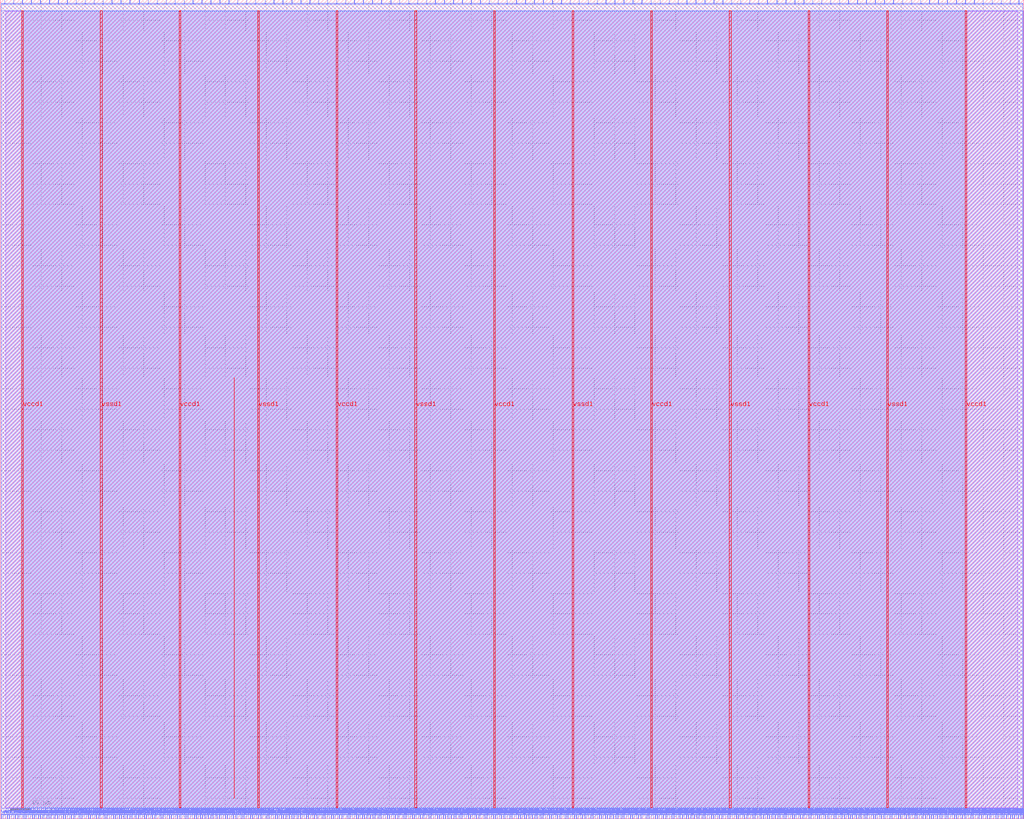
<source format=lef>
VERSION 5.7 ;
  NOWIREEXTENSIONATPIN ON ;
  DIVIDERCHAR "/" ;
  BUSBITCHARS "[]" ;
MACRO user_proj_example
  CLASS BLOCK ;
  FOREIGN user_proj_example ;
  ORIGIN 0.000 0.000 ;
  SIZE 1000.000 BY 800.000 ;
  PIN io_in[0]
    DIRECTION INPUT ;
    USE SIGNAL ;
    PORT
      LAYER met2 ;
        RECT 4.230 796.000 4.510 800.000 ;
    END
  END io_in[0]
  PIN io_in[10]
    DIRECTION INPUT ;
    USE SIGNAL ;
    PORT
      LAYER met2 ;
        RECT 267.350 796.000 267.630 800.000 ;
    END
  END io_in[10]
  PIN io_in[11]
    DIRECTION INPUT ;
    USE SIGNAL ;
    PORT
      LAYER met2 ;
        RECT 293.570 796.000 293.850 800.000 ;
    END
  END io_in[11]
  PIN io_in[12]
    DIRECTION INPUT ;
    USE SIGNAL ;
    PORT
      LAYER met2 ;
        RECT 319.790 796.000 320.070 800.000 ;
    END
  END io_in[12]
  PIN io_in[13]
    DIRECTION INPUT ;
    USE SIGNAL ;
    PORT
      LAYER met2 ;
        RECT 346.010 796.000 346.290 800.000 ;
    END
  END io_in[13]
  PIN io_in[14]
    DIRECTION INPUT ;
    USE SIGNAL ;
    PORT
      LAYER met2 ;
        RECT 372.230 796.000 372.510 800.000 ;
    END
  END io_in[14]
  PIN io_in[15]
    DIRECTION INPUT ;
    USE SIGNAL ;
    PORT
      LAYER met2 ;
        RECT 398.910 796.000 399.190 800.000 ;
    END
  END io_in[15]
  PIN io_in[16]
    DIRECTION INPUT ;
    USE SIGNAL ;
    PORT
      LAYER met2 ;
        RECT 425.130 796.000 425.410 800.000 ;
    END
  END io_in[16]
  PIN io_in[17]
    DIRECTION INPUT ;
    USE SIGNAL ;
    PORT
      LAYER met2 ;
        RECT 451.350 796.000 451.630 800.000 ;
    END
  END io_in[17]
  PIN io_in[18]
    DIRECTION INPUT ;
    USE SIGNAL ;
    PORT
      LAYER met2 ;
        RECT 477.570 796.000 477.850 800.000 ;
    END
  END io_in[18]
  PIN io_in[19]
    DIRECTION INPUT ;
    USE SIGNAL ;
    PORT
      LAYER met2 ;
        RECT 504.250 796.000 504.530 800.000 ;
    END
  END io_in[19]
  PIN io_in[1]
    DIRECTION INPUT ;
    USE SIGNAL ;
    PORT
      LAYER met2 ;
        RECT 30.450 796.000 30.730 800.000 ;
    END
  END io_in[1]
  PIN io_in[20]
    DIRECTION INPUT ;
    USE SIGNAL ;
    PORT
      LAYER met2 ;
        RECT 530.470 796.000 530.750 800.000 ;
    END
  END io_in[20]
  PIN io_in[21]
    DIRECTION INPUT ;
    USE SIGNAL ;
    PORT
      LAYER met2 ;
        RECT 556.690 796.000 556.970 800.000 ;
    END
  END io_in[21]
  PIN io_in[22]
    DIRECTION INPUT ;
    USE SIGNAL ;
    PORT
      LAYER met2 ;
        RECT 582.910 796.000 583.190 800.000 ;
    END
  END io_in[22]
  PIN io_in[23]
    DIRECTION INPUT ;
    USE SIGNAL ;
    PORT
      LAYER met2 ;
        RECT 609.130 796.000 609.410 800.000 ;
    END
  END io_in[23]
  PIN io_in[24]
    DIRECTION INPUT ;
    USE SIGNAL ;
    PORT
      LAYER met2 ;
        RECT 635.810 796.000 636.090 800.000 ;
    END
  END io_in[24]
  PIN io_in[25]
    DIRECTION INPUT ;
    USE SIGNAL ;
    PORT
      LAYER met2 ;
        RECT 662.030 796.000 662.310 800.000 ;
    END
  END io_in[25]
  PIN io_in[26]
    DIRECTION INPUT ;
    USE SIGNAL ;
    PORT
      LAYER met2 ;
        RECT 688.250 796.000 688.530 800.000 ;
    END
  END io_in[26]
  PIN io_in[27]
    DIRECTION INPUT ;
    USE SIGNAL ;
    PORT
      LAYER met2 ;
        RECT 714.470 796.000 714.750 800.000 ;
    END
  END io_in[27]
  PIN io_in[28]
    DIRECTION INPUT ;
    USE SIGNAL ;
    PORT
      LAYER met2 ;
        RECT 740.690 796.000 740.970 800.000 ;
    END
  END io_in[28]
  PIN io_in[29]
    DIRECTION INPUT ;
    USE SIGNAL ;
    PORT
      LAYER met2 ;
        RECT 767.370 796.000 767.650 800.000 ;
    END
  END io_in[29]
  PIN io_in[2]
    DIRECTION INPUT ;
    USE SIGNAL ;
    PORT
      LAYER met2 ;
        RECT 56.670 796.000 56.950 800.000 ;
    END
  END io_in[2]
  PIN io_in[30]
    DIRECTION INPUT ;
    USE SIGNAL ;
    PORT
      LAYER met2 ;
        RECT 793.590 796.000 793.870 800.000 ;
    END
  END io_in[30]
  PIN io_in[31]
    DIRECTION INPUT ;
    USE SIGNAL ;
    PORT
      LAYER met2 ;
        RECT 819.810 796.000 820.090 800.000 ;
    END
  END io_in[31]
  PIN io_in[32]
    DIRECTION INPUT ;
    USE SIGNAL ;
    PORT
      LAYER met2 ;
        RECT 846.030 796.000 846.310 800.000 ;
    END
  END io_in[32]
  PIN io_in[33]
    DIRECTION INPUT ;
    USE SIGNAL ;
    PORT
      LAYER met2 ;
        RECT 872.250 796.000 872.530 800.000 ;
    END
  END io_in[33]
  PIN io_in[34]
    DIRECTION INPUT ;
    USE SIGNAL ;
    PORT
      LAYER met2 ;
        RECT 898.930 796.000 899.210 800.000 ;
    END
  END io_in[34]
  PIN io_in[35]
    DIRECTION INPUT ;
    USE SIGNAL ;
    PORT
      LAYER met2 ;
        RECT 925.150 796.000 925.430 800.000 ;
    END
  END io_in[35]
  PIN io_in[36]
    DIRECTION INPUT ;
    USE SIGNAL ;
    PORT
      LAYER met2 ;
        RECT 951.370 796.000 951.650 800.000 ;
    END
  END io_in[36]
  PIN io_in[37]
    DIRECTION INPUT ;
    USE SIGNAL ;
    PORT
      LAYER met2 ;
        RECT 977.590 796.000 977.870 800.000 ;
    END
  END io_in[37]
  PIN io_in[3]
    DIRECTION INPUT ;
    USE SIGNAL ;
    PORT
      LAYER met2 ;
        RECT 82.890 796.000 83.170 800.000 ;
    END
  END io_in[3]
  PIN io_in[4]
    DIRECTION INPUT ;
    USE SIGNAL ;
    PORT
      LAYER met2 ;
        RECT 109.110 796.000 109.390 800.000 ;
    END
  END io_in[4]
  PIN io_in[5]
    DIRECTION INPUT ;
    USE SIGNAL ;
    PORT
      LAYER met2 ;
        RECT 135.790 796.000 136.070 800.000 ;
    END
  END io_in[5]
  PIN io_in[6]
    DIRECTION INPUT ;
    USE SIGNAL ;
    PORT
      LAYER met2 ;
        RECT 162.010 796.000 162.290 800.000 ;
    END
  END io_in[6]
  PIN io_in[7]
    DIRECTION INPUT ;
    USE SIGNAL ;
    PORT
      LAYER met2 ;
        RECT 188.230 796.000 188.510 800.000 ;
    END
  END io_in[7]
  PIN io_in[8]
    DIRECTION INPUT ;
    USE SIGNAL ;
    PORT
      LAYER met2 ;
        RECT 214.450 796.000 214.730 800.000 ;
    END
  END io_in[8]
  PIN io_in[9]
    DIRECTION INPUT ;
    USE SIGNAL ;
    PORT
      LAYER met2 ;
        RECT 240.670 796.000 240.950 800.000 ;
    END
  END io_in[9]
  PIN io_oeb[0]
    DIRECTION OUTPUT TRISTATE ;
    USE SIGNAL ;
    PORT
      LAYER met2 ;
        RECT 12.970 796.000 13.250 800.000 ;
    END
  END io_oeb[0]
  PIN io_oeb[10]
    DIRECTION OUTPUT TRISTATE ;
    USE SIGNAL ;
    PORT
      LAYER met2 ;
        RECT 276.090 796.000 276.370 800.000 ;
    END
  END io_oeb[10]
  PIN io_oeb[11]
    DIRECTION OUTPUT TRISTATE ;
    USE SIGNAL ;
    PORT
      LAYER met2 ;
        RECT 302.310 796.000 302.590 800.000 ;
    END
  END io_oeb[11]
  PIN io_oeb[12]
    DIRECTION OUTPUT TRISTATE ;
    USE SIGNAL ;
    PORT
      LAYER met2 ;
        RECT 328.530 796.000 328.810 800.000 ;
    END
  END io_oeb[12]
  PIN io_oeb[13]
    DIRECTION OUTPUT TRISTATE ;
    USE SIGNAL ;
    PORT
      LAYER met2 ;
        RECT 354.750 796.000 355.030 800.000 ;
    END
  END io_oeb[13]
  PIN io_oeb[14]
    DIRECTION OUTPUT TRISTATE ;
    USE SIGNAL ;
    PORT
      LAYER met2 ;
        RECT 381.430 796.000 381.710 800.000 ;
    END
  END io_oeb[14]
  PIN io_oeb[15]
    DIRECTION OUTPUT TRISTATE ;
    USE SIGNAL ;
    PORT
      LAYER met2 ;
        RECT 407.650 796.000 407.930 800.000 ;
    END
  END io_oeb[15]
  PIN io_oeb[16]
    DIRECTION OUTPUT TRISTATE ;
    USE SIGNAL ;
    PORT
      LAYER met2 ;
        RECT 433.870 796.000 434.150 800.000 ;
    END
  END io_oeb[16]
  PIN io_oeb[17]
    DIRECTION OUTPUT TRISTATE ;
    USE SIGNAL ;
    PORT
      LAYER met2 ;
        RECT 460.090 796.000 460.370 800.000 ;
    END
  END io_oeb[17]
  PIN io_oeb[18]
    DIRECTION OUTPUT TRISTATE ;
    USE SIGNAL ;
    PORT
      LAYER met2 ;
        RECT 486.310 796.000 486.590 800.000 ;
    END
  END io_oeb[18]
  PIN io_oeb[19]
    DIRECTION OUTPUT TRISTATE ;
    USE SIGNAL ;
    PORT
      LAYER met2 ;
        RECT 512.990 796.000 513.270 800.000 ;
    END
  END io_oeb[19]
  PIN io_oeb[1]
    DIRECTION OUTPUT TRISTATE ;
    USE SIGNAL ;
    PORT
      LAYER met2 ;
        RECT 39.190 796.000 39.470 800.000 ;
    END
  END io_oeb[1]
  PIN io_oeb[20]
    DIRECTION OUTPUT TRISTATE ;
    USE SIGNAL ;
    PORT
      LAYER met2 ;
        RECT 539.210 796.000 539.490 800.000 ;
    END
  END io_oeb[20]
  PIN io_oeb[21]
    DIRECTION OUTPUT TRISTATE ;
    USE SIGNAL ;
    PORT
      LAYER met2 ;
        RECT 565.430 796.000 565.710 800.000 ;
    END
  END io_oeb[21]
  PIN io_oeb[22]
    DIRECTION OUTPUT TRISTATE ;
    USE SIGNAL ;
    PORT
      LAYER met2 ;
        RECT 591.650 796.000 591.930 800.000 ;
    END
  END io_oeb[22]
  PIN io_oeb[23]
    DIRECTION OUTPUT TRISTATE ;
    USE SIGNAL ;
    PORT
      LAYER met2 ;
        RECT 617.870 796.000 618.150 800.000 ;
    END
  END io_oeb[23]
  PIN io_oeb[24]
    DIRECTION OUTPUT TRISTATE ;
    USE SIGNAL ;
    PORT
      LAYER met2 ;
        RECT 644.550 796.000 644.830 800.000 ;
    END
  END io_oeb[24]
  PIN io_oeb[25]
    DIRECTION OUTPUT TRISTATE ;
    USE SIGNAL ;
    PORT
      LAYER met2 ;
        RECT 670.770 796.000 671.050 800.000 ;
    END
  END io_oeb[25]
  PIN io_oeb[26]
    DIRECTION OUTPUT TRISTATE ;
    USE SIGNAL ;
    PORT
      LAYER met2 ;
        RECT 696.990 796.000 697.270 800.000 ;
    END
  END io_oeb[26]
  PIN io_oeb[27]
    DIRECTION OUTPUT TRISTATE ;
    USE SIGNAL ;
    PORT
      LAYER met2 ;
        RECT 723.210 796.000 723.490 800.000 ;
    END
  END io_oeb[27]
  PIN io_oeb[28]
    DIRECTION OUTPUT TRISTATE ;
    USE SIGNAL ;
    PORT
      LAYER met2 ;
        RECT 749.430 796.000 749.710 800.000 ;
    END
  END io_oeb[28]
  PIN io_oeb[29]
    DIRECTION OUTPUT TRISTATE ;
    USE SIGNAL ;
    PORT
      LAYER met2 ;
        RECT 776.110 796.000 776.390 800.000 ;
    END
  END io_oeb[29]
  PIN io_oeb[2]
    DIRECTION OUTPUT TRISTATE ;
    USE SIGNAL ;
    PORT
      LAYER met2 ;
        RECT 65.410 796.000 65.690 800.000 ;
    END
  END io_oeb[2]
  PIN io_oeb[30]
    DIRECTION OUTPUT TRISTATE ;
    USE SIGNAL ;
    PORT
      LAYER met2 ;
        RECT 802.330 796.000 802.610 800.000 ;
    END
  END io_oeb[30]
  PIN io_oeb[31]
    DIRECTION OUTPUT TRISTATE ;
    USE SIGNAL ;
    PORT
      LAYER met2 ;
        RECT 828.550 796.000 828.830 800.000 ;
    END
  END io_oeb[31]
  PIN io_oeb[32]
    DIRECTION OUTPUT TRISTATE ;
    USE SIGNAL ;
    PORT
      LAYER met2 ;
        RECT 854.770 796.000 855.050 800.000 ;
    END
  END io_oeb[32]
  PIN io_oeb[33]
    DIRECTION OUTPUT TRISTATE ;
    USE SIGNAL ;
    PORT
      LAYER met2 ;
        RECT 881.450 796.000 881.730 800.000 ;
    END
  END io_oeb[33]
  PIN io_oeb[34]
    DIRECTION OUTPUT TRISTATE ;
    USE SIGNAL ;
    PORT
      LAYER met2 ;
        RECT 907.670 796.000 907.950 800.000 ;
    END
  END io_oeb[34]
  PIN io_oeb[35]
    DIRECTION OUTPUT TRISTATE ;
    USE SIGNAL ;
    PORT
      LAYER met2 ;
        RECT 933.890 796.000 934.170 800.000 ;
    END
  END io_oeb[35]
  PIN io_oeb[36]
    DIRECTION OUTPUT TRISTATE ;
    USE SIGNAL ;
    PORT
      LAYER met2 ;
        RECT 960.110 796.000 960.390 800.000 ;
    END
  END io_oeb[36]
  PIN io_oeb[37]
    DIRECTION OUTPUT TRISTATE ;
    USE SIGNAL ;
    PORT
      LAYER met2 ;
        RECT 986.330 796.000 986.610 800.000 ;
    END
  END io_oeb[37]
  PIN io_oeb[3]
    DIRECTION OUTPUT TRISTATE ;
    USE SIGNAL ;
    PORT
      LAYER met2 ;
        RECT 91.630 796.000 91.910 800.000 ;
    END
  END io_oeb[3]
  PIN io_oeb[4]
    DIRECTION OUTPUT TRISTATE ;
    USE SIGNAL ;
    PORT
      LAYER met2 ;
        RECT 117.850 796.000 118.130 800.000 ;
    END
  END io_oeb[4]
  PIN io_oeb[5]
    DIRECTION OUTPUT TRISTATE ;
    USE SIGNAL ;
    PORT
      LAYER met2 ;
        RECT 144.530 796.000 144.810 800.000 ;
    END
  END io_oeb[5]
  PIN io_oeb[6]
    DIRECTION OUTPUT TRISTATE ;
    USE SIGNAL ;
    PORT
      LAYER met2 ;
        RECT 170.750 796.000 171.030 800.000 ;
    END
  END io_oeb[6]
  PIN io_oeb[7]
    DIRECTION OUTPUT TRISTATE ;
    USE SIGNAL ;
    PORT
      LAYER met2 ;
        RECT 196.970 796.000 197.250 800.000 ;
    END
  END io_oeb[7]
  PIN io_oeb[8]
    DIRECTION OUTPUT TRISTATE ;
    USE SIGNAL ;
    PORT
      LAYER met2 ;
        RECT 223.190 796.000 223.470 800.000 ;
    END
  END io_oeb[8]
  PIN io_oeb[9]
    DIRECTION OUTPUT TRISTATE ;
    USE SIGNAL ;
    PORT
      LAYER met2 ;
        RECT 249.410 796.000 249.690 800.000 ;
    END
  END io_oeb[9]
  PIN io_out[0]
    DIRECTION OUTPUT TRISTATE ;
    USE SIGNAL ;
    PORT
      LAYER met2 ;
        RECT 21.710 796.000 21.990 800.000 ;
    END
  END io_out[0]
  PIN io_out[10]
    DIRECTION OUTPUT TRISTATE ;
    USE SIGNAL ;
    PORT
      LAYER met2 ;
        RECT 284.830 796.000 285.110 800.000 ;
    END
  END io_out[10]
  PIN io_out[11]
    DIRECTION OUTPUT TRISTATE ;
    USE SIGNAL ;
    PORT
      LAYER met2 ;
        RECT 311.050 796.000 311.330 800.000 ;
    END
  END io_out[11]
  PIN io_out[12]
    DIRECTION OUTPUT TRISTATE ;
    USE SIGNAL ;
    PORT
      LAYER met2 ;
        RECT 337.270 796.000 337.550 800.000 ;
    END
  END io_out[12]
  PIN io_out[13]
    DIRECTION OUTPUT TRISTATE ;
    USE SIGNAL ;
    PORT
      LAYER met2 ;
        RECT 363.490 796.000 363.770 800.000 ;
    END
  END io_out[13]
  PIN io_out[14]
    DIRECTION OUTPUT TRISTATE ;
    USE SIGNAL ;
    PORT
      LAYER met2 ;
        RECT 390.170 796.000 390.450 800.000 ;
    END
  END io_out[14]
  PIN io_out[15]
    DIRECTION OUTPUT TRISTATE ;
    USE SIGNAL ;
    PORT
      LAYER met2 ;
        RECT 416.390 796.000 416.670 800.000 ;
    END
  END io_out[15]
  PIN io_out[16]
    DIRECTION OUTPUT TRISTATE ;
    USE SIGNAL ;
    PORT
      LAYER met2 ;
        RECT 442.610 796.000 442.890 800.000 ;
    END
  END io_out[16]
  PIN io_out[17]
    DIRECTION OUTPUT TRISTATE ;
    USE SIGNAL ;
    PORT
      LAYER met2 ;
        RECT 468.830 796.000 469.110 800.000 ;
    END
  END io_out[17]
  PIN io_out[18]
    DIRECTION OUTPUT TRISTATE ;
    USE SIGNAL ;
    PORT
      LAYER met2 ;
        RECT 495.050 796.000 495.330 800.000 ;
    END
  END io_out[18]
  PIN io_out[19]
    DIRECTION OUTPUT TRISTATE ;
    USE SIGNAL ;
    PORT
      LAYER met2 ;
        RECT 521.730 796.000 522.010 800.000 ;
    END
  END io_out[19]
  PIN io_out[1]
    DIRECTION OUTPUT TRISTATE ;
    USE SIGNAL ;
    PORT
      LAYER met2 ;
        RECT 47.930 796.000 48.210 800.000 ;
    END
  END io_out[1]
  PIN io_out[20]
    DIRECTION OUTPUT TRISTATE ;
    USE SIGNAL ;
    PORT
      LAYER met2 ;
        RECT 547.950 796.000 548.230 800.000 ;
    END
  END io_out[20]
  PIN io_out[21]
    DIRECTION OUTPUT TRISTATE ;
    USE SIGNAL ;
    PORT
      LAYER met2 ;
        RECT 574.170 796.000 574.450 800.000 ;
    END
  END io_out[21]
  PIN io_out[22]
    DIRECTION OUTPUT TRISTATE ;
    USE SIGNAL ;
    PORT
      LAYER met2 ;
        RECT 600.390 796.000 600.670 800.000 ;
    END
  END io_out[22]
  PIN io_out[23]
    DIRECTION OUTPUT TRISTATE ;
    USE SIGNAL ;
    PORT
      LAYER met2 ;
        RECT 626.610 796.000 626.890 800.000 ;
    END
  END io_out[23]
  PIN io_out[24]
    DIRECTION OUTPUT TRISTATE ;
    USE SIGNAL ;
    PORT
      LAYER met2 ;
        RECT 653.290 796.000 653.570 800.000 ;
    END
  END io_out[24]
  PIN io_out[25]
    DIRECTION OUTPUT TRISTATE ;
    USE SIGNAL ;
    PORT
      LAYER met2 ;
        RECT 679.510 796.000 679.790 800.000 ;
    END
  END io_out[25]
  PIN io_out[26]
    DIRECTION OUTPUT TRISTATE ;
    USE SIGNAL ;
    PORT
      LAYER met2 ;
        RECT 705.730 796.000 706.010 800.000 ;
    END
  END io_out[26]
  PIN io_out[27]
    DIRECTION OUTPUT TRISTATE ;
    USE SIGNAL ;
    PORT
      LAYER met2 ;
        RECT 731.950 796.000 732.230 800.000 ;
    END
  END io_out[27]
  PIN io_out[28]
    DIRECTION OUTPUT TRISTATE ;
    USE SIGNAL ;
    PORT
      LAYER met2 ;
        RECT 758.630 796.000 758.910 800.000 ;
    END
  END io_out[28]
  PIN io_out[29]
    DIRECTION OUTPUT TRISTATE ;
    USE SIGNAL ;
    PORT
      LAYER met2 ;
        RECT 784.850 796.000 785.130 800.000 ;
    END
  END io_out[29]
  PIN io_out[2]
    DIRECTION OUTPUT TRISTATE ;
    USE SIGNAL ;
    PORT
      LAYER met2 ;
        RECT 74.150 796.000 74.430 800.000 ;
    END
  END io_out[2]
  PIN io_out[30]
    DIRECTION OUTPUT TRISTATE ;
    USE SIGNAL ;
    PORT
      LAYER met2 ;
        RECT 811.070 796.000 811.350 800.000 ;
    END
  END io_out[30]
  PIN io_out[31]
    DIRECTION OUTPUT TRISTATE ;
    USE SIGNAL ;
    PORT
      LAYER met2 ;
        RECT 837.290 796.000 837.570 800.000 ;
    END
  END io_out[31]
  PIN io_out[32]
    DIRECTION OUTPUT TRISTATE ;
    USE SIGNAL ;
    PORT
      LAYER met2 ;
        RECT 863.510 796.000 863.790 800.000 ;
    END
  END io_out[32]
  PIN io_out[33]
    DIRECTION OUTPUT TRISTATE ;
    USE SIGNAL ;
    PORT
      LAYER met2 ;
        RECT 890.190 796.000 890.470 800.000 ;
    END
  END io_out[33]
  PIN io_out[34]
    DIRECTION OUTPUT TRISTATE ;
    USE SIGNAL ;
    PORT
      LAYER met2 ;
        RECT 916.410 796.000 916.690 800.000 ;
    END
  END io_out[34]
  PIN io_out[35]
    DIRECTION OUTPUT TRISTATE ;
    USE SIGNAL ;
    PORT
      LAYER met2 ;
        RECT 942.630 796.000 942.910 800.000 ;
    END
  END io_out[35]
  PIN io_out[36]
    DIRECTION OUTPUT TRISTATE ;
    USE SIGNAL ;
    PORT
      LAYER met2 ;
        RECT 968.850 796.000 969.130 800.000 ;
    END
  END io_out[36]
  PIN io_out[37]
    DIRECTION OUTPUT TRISTATE ;
    USE SIGNAL ;
    PORT
      LAYER met2 ;
        RECT 995.070 796.000 995.350 800.000 ;
    END
  END io_out[37]
  PIN io_out[3]
    DIRECTION OUTPUT TRISTATE ;
    USE SIGNAL ;
    PORT
      LAYER met2 ;
        RECT 100.370 796.000 100.650 800.000 ;
    END
  END io_out[3]
  PIN io_out[4]
    DIRECTION OUTPUT TRISTATE ;
    USE SIGNAL ;
    PORT
      LAYER met2 ;
        RECT 126.590 796.000 126.870 800.000 ;
    END
  END io_out[4]
  PIN io_out[5]
    DIRECTION OUTPUT TRISTATE ;
    USE SIGNAL ;
    PORT
      LAYER met2 ;
        RECT 153.270 796.000 153.550 800.000 ;
    END
  END io_out[5]
  PIN io_out[6]
    DIRECTION OUTPUT TRISTATE ;
    USE SIGNAL ;
    PORT
      LAYER met2 ;
        RECT 179.490 796.000 179.770 800.000 ;
    END
  END io_out[6]
  PIN io_out[7]
    DIRECTION OUTPUT TRISTATE ;
    USE SIGNAL ;
    PORT
      LAYER met2 ;
        RECT 205.710 796.000 205.990 800.000 ;
    END
  END io_out[7]
  PIN io_out[8]
    DIRECTION OUTPUT TRISTATE ;
    USE SIGNAL ;
    PORT
      LAYER met2 ;
        RECT 231.930 796.000 232.210 800.000 ;
    END
  END io_out[8]
  PIN io_out[9]
    DIRECTION OUTPUT TRISTATE ;
    USE SIGNAL ;
    PORT
      LAYER met2 ;
        RECT 258.610 796.000 258.890 800.000 ;
    END
  END io_out[9]
  PIN irq[0]
    DIRECTION OUTPUT TRISTATE ;
    USE SIGNAL ;
    PORT
      LAYER met2 ;
        RECT 994.610 0.000 994.890 4.000 ;
    END
  END irq[0]
  PIN irq[1]
    DIRECTION OUTPUT TRISTATE ;
    USE SIGNAL ;
    PORT
      LAYER met2 ;
        RECT 996.910 0.000 997.190 4.000 ;
    END
  END irq[1]
  PIN irq[2]
    DIRECTION OUTPUT TRISTATE ;
    USE SIGNAL ;
    PORT
      LAYER met2 ;
        RECT 998.750 0.000 999.030 4.000 ;
    END
  END irq[2]
  PIN la_data_in[0]
    DIRECTION INPUT ;
    USE SIGNAL ;
    PORT
      LAYER met2 ;
        RECT 215.830 0.000 216.110 4.000 ;
    END
  END la_data_in[0]
  PIN la_data_in[100]
    DIRECTION INPUT ;
    USE SIGNAL ;
    PORT
      LAYER met2 ;
        RECT 824.410 0.000 824.690 4.000 ;
    END
  END la_data_in[100]
  PIN la_data_in[101]
    DIRECTION INPUT ;
    USE SIGNAL ;
    PORT
      LAYER met2 ;
        RECT 830.390 0.000 830.670 4.000 ;
    END
  END la_data_in[101]
  PIN la_data_in[102]
    DIRECTION INPUT ;
    USE SIGNAL ;
    PORT
      LAYER met2 ;
        RECT 836.370 0.000 836.650 4.000 ;
    END
  END la_data_in[102]
  PIN la_data_in[103]
    DIRECTION INPUT ;
    USE SIGNAL ;
    PORT
      LAYER met2 ;
        RECT 842.810 0.000 843.090 4.000 ;
    END
  END la_data_in[103]
  PIN la_data_in[104]
    DIRECTION INPUT ;
    USE SIGNAL ;
    PORT
      LAYER met2 ;
        RECT 848.790 0.000 849.070 4.000 ;
    END
  END la_data_in[104]
  PIN la_data_in[105]
    DIRECTION INPUT ;
    USE SIGNAL ;
    PORT
      LAYER met2 ;
        RECT 854.770 0.000 855.050 4.000 ;
    END
  END la_data_in[105]
  PIN la_data_in[106]
    DIRECTION INPUT ;
    USE SIGNAL ;
    PORT
      LAYER met2 ;
        RECT 860.750 0.000 861.030 4.000 ;
    END
  END la_data_in[106]
  PIN la_data_in[107]
    DIRECTION INPUT ;
    USE SIGNAL ;
    PORT
      LAYER met2 ;
        RECT 866.730 0.000 867.010 4.000 ;
    END
  END la_data_in[107]
  PIN la_data_in[108]
    DIRECTION INPUT ;
    USE SIGNAL ;
    PORT
      LAYER met2 ;
        RECT 873.170 0.000 873.450 4.000 ;
    END
  END la_data_in[108]
  PIN la_data_in[109]
    DIRECTION INPUT ;
    USE SIGNAL ;
    PORT
      LAYER met2 ;
        RECT 879.150 0.000 879.430 4.000 ;
    END
  END la_data_in[109]
  PIN la_data_in[10]
    DIRECTION INPUT ;
    USE SIGNAL ;
    PORT
      LAYER met2 ;
        RECT 276.550 0.000 276.830 4.000 ;
    END
  END la_data_in[10]
  PIN la_data_in[110]
    DIRECTION INPUT ;
    USE SIGNAL ;
    PORT
      LAYER met2 ;
        RECT 885.130 0.000 885.410 4.000 ;
    END
  END la_data_in[110]
  PIN la_data_in[111]
    DIRECTION INPUT ;
    USE SIGNAL ;
    PORT
      LAYER met2 ;
        RECT 891.110 0.000 891.390 4.000 ;
    END
  END la_data_in[111]
  PIN la_data_in[112]
    DIRECTION INPUT ;
    USE SIGNAL ;
    PORT
      LAYER met2 ;
        RECT 897.550 0.000 897.830 4.000 ;
    END
  END la_data_in[112]
  PIN la_data_in[113]
    DIRECTION INPUT ;
    USE SIGNAL ;
    PORT
      LAYER met2 ;
        RECT 903.530 0.000 903.810 4.000 ;
    END
  END la_data_in[113]
  PIN la_data_in[114]
    DIRECTION INPUT ;
    USE SIGNAL ;
    PORT
      LAYER met2 ;
        RECT 909.510 0.000 909.790 4.000 ;
    END
  END la_data_in[114]
  PIN la_data_in[115]
    DIRECTION INPUT ;
    USE SIGNAL ;
    PORT
      LAYER met2 ;
        RECT 915.490 0.000 915.770 4.000 ;
    END
  END la_data_in[115]
  PIN la_data_in[116]
    DIRECTION INPUT ;
    USE SIGNAL ;
    PORT
      LAYER met2 ;
        RECT 921.930 0.000 922.210 4.000 ;
    END
  END la_data_in[116]
  PIN la_data_in[117]
    DIRECTION INPUT ;
    USE SIGNAL ;
    PORT
      LAYER met2 ;
        RECT 927.910 0.000 928.190 4.000 ;
    END
  END la_data_in[117]
  PIN la_data_in[118]
    DIRECTION INPUT ;
    USE SIGNAL ;
    PORT
      LAYER met2 ;
        RECT 933.890 0.000 934.170 4.000 ;
    END
  END la_data_in[118]
  PIN la_data_in[119]
    DIRECTION INPUT ;
    USE SIGNAL ;
    PORT
      LAYER met2 ;
        RECT 939.870 0.000 940.150 4.000 ;
    END
  END la_data_in[119]
  PIN la_data_in[11]
    DIRECTION INPUT ;
    USE SIGNAL ;
    PORT
      LAYER met2 ;
        RECT 282.530 0.000 282.810 4.000 ;
    END
  END la_data_in[11]
  PIN la_data_in[120]
    DIRECTION INPUT ;
    USE SIGNAL ;
    PORT
      LAYER met2 ;
        RECT 945.850 0.000 946.130 4.000 ;
    END
  END la_data_in[120]
  PIN la_data_in[121]
    DIRECTION INPUT ;
    USE SIGNAL ;
    PORT
      LAYER met2 ;
        RECT 952.290 0.000 952.570 4.000 ;
    END
  END la_data_in[121]
  PIN la_data_in[122]
    DIRECTION INPUT ;
    USE SIGNAL ;
    PORT
      LAYER met2 ;
        RECT 958.270 0.000 958.550 4.000 ;
    END
  END la_data_in[122]
  PIN la_data_in[123]
    DIRECTION INPUT ;
    USE SIGNAL ;
    PORT
      LAYER met2 ;
        RECT 964.250 0.000 964.530 4.000 ;
    END
  END la_data_in[123]
  PIN la_data_in[124]
    DIRECTION INPUT ;
    USE SIGNAL ;
    PORT
      LAYER met2 ;
        RECT 970.230 0.000 970.510 4.000 ;
    END
  END la_data_in[124]
  PIN la_data_in[125]
    DIRECTION INPUT ;
    USE SIGNAL ;
    PORT
      LAYER met2 ;
        RECT 976.670 0.000 976.950 4.000 ;
    END
  END la_data_in[125]
  PIN la_data_in[126]
    DIRECTION INPUT ;
    USE SIGNAL ;
    PORT
      LAYER met2 ;
        RECT 982.650 0.000 982.930 4.000 ;
    END
  END la_data_in[126]
  PIN la_data_in[127]
    DIRECTION INPUT ;
    USE SIGNAL ;
    PORT
      LAYER met2 ;
        RECT 988.630 0.000 988.910 4.000 ;
    END
  END la_data_in[127]
  PIN la_data_in[12]
    DIRECTION INPUT ;
    USE SIGNAL ;
    PORT
      LAYER met2 ;
        RECT 288.970 0.000 289.250 4.000 ;
    END
  END la_data_in[12]
  PIN la_data_in[13]
    DIRECTION INPUT ;
    USE SIGNAL ;
    PORT
      LAYER met2 ;
        RECT 294.950 0.000 295.230 4.000 ;
    END
  END la_data_in[13]
  PIN la_data_in[14]
    DIRECTION INPUT ;
    USE SIGNAL ;
    PORT
      LAYER met2 ;
        RECT 300.930 0.000 301.210 4.000 ;
    END
  END la_data_in[14]
  PIN la_data_in[15]
    DIRECTION INPUT ;
    USE SIGNAL ;
    PORT
      LAYER met2 ;
        RECT 306.910 0.000 307.190 4.000 ;
    END
  END la_data_in[15]
  PIN la_data_in[16]
    DIRECTION INPUT ;
    USE SIGNAL ;
    PORT
      LAYER met2 ;
        RECT 313.350 0.000 313.630 4.000 ;
    END
  END la_data_in[16]
  PIN la_data_in[17]
    DIRECTION INPUT ;
    USE SIGNAL ;
    PORT
      LAYER met2 ;
        RECT 319.330 0.000 319.610 4.000 ;
    END
  END la_data_in[17]
  PIN la_data_in[18]
    DIRECTION INPUT ;
    USE SIGNAL ;
    PORT
      LAYER met2 ;
        RECT 325.310 0.000 325.590 4.000 ;
    END
  END la_data_in[18]
  PIN la_data_in[19]
    DIRECTION INPUT ;
    USE SIGNAL ;
    PORT
      LAYER met2 ;
        RECT 331.290 0.000 331.570 4.000 ;
    END
  END la_data_in[19]
  PIN la_data_in[1]
    DIRECTION INPUT ;
    USE SIGNAL ;
    PORT
      LAYER met2 ;
        RECT 221.810 0.000 222.090 4.000 ;
    END
  END la_data_in[1]
  PIN la_data_in[20]
    DIRECTION INPUT ;
    USE SIGNAL ;
    PORT
      LAYER met2 ;
        RECT 337.730 0.000 338.010 4.000 ;
    END
  END la_data_in[20]
  PIN la_data_in[21]
    DIRECTION INPUT ;
    USE SIGNAL ;
    PORT
      LAYER met2 ;
        RECT 343.710 0.000 343.990 4.000 ;
    END
  END la_data_in[21]
  PIN la_data_in[22]
    DIRECTION INPUT ;
    USE SIGNAL ;
    PORT
      LAYER met2 ;
        RECT 349.690 0.000 349.970 4.000 ;
    END
  END la_data_in[22]
  PIN la_data_in[23]
    DIRECTION INPUT ;
    USE SIGNAL ;
    PORT
      LAYER met2 ;
        RECT 355.670 0.000 355.950 4.000 ;
    END
  END la_data_in[23]
  PIN la_data_in[24]
    DIRECTION INPUT ;
    USE SIGNAL ;
    PORT
      LAYER met2 ;
        RECT 361.650 0.000 361.930 4.000 ;
    END
  END la_data_in[24]
  PIN la_data_in[25]
    DIRECTION INPUT ;
    USE SIGNAL ;
    PORT
      LAYER met2 ;
        RECT 368.090 0.000 368.370 4.000 ;
    END
  END la_data_in[25]
  PIN la_data_in[26]
    DIRECTION INPUT ;
    USE SIGNAL ;
    PORT
      LAYER met2 ;
        RECT 374.070 0.000 374.350 4.000 ;
    END
  END la_data_in[26]
  PIN la_data_in[27]
    DIRECTION INPUT ;
    USE SIGNAL ;
    PORT
      LAYER met2 ;
        RECT 380.050 0.000 380.330 4.000 ;
    END
  END la_data_in[27]
  PIN la_data_in[28]
    DIRECTION INPUT ;
    USE SIGNAL ;
    PORT
      LAYER met2 ;
        RECT 386.030 0.000 386.310 4.000 ;
    END
  END la_data_in[28]
  PIN la_data_in[29]
    DIRECTION INPUT ;
    USE SIGNAL ;
    PORT
      LAYER met2 ;
        RECT 392.470 0.000 392.750 4.000 ;
    END
  END la_data_in[29]
  PIN la_data_in[2]
    DIRECTION INPUT ;
    USE SIGNAL ;
    PORT
      LAYER met2 ;
        RECT 227.790 0.000 228.070 4.000 ;
    END
  END la_data_in[2]
  PIN la_data_in[30]
    DIRECTION INPUT ;
    USE SIGNAL ;
    PORT
      LAYER met2 ;
        RECT 398.450 0.000 398.730 4.000 ;
    END
  END la_data_in[30]
  PIN la_data_in[31]
    DIRECTION INPUT ;
    USE SIGNAL ;
    PORT
      LAYER met2 ;
        RECT 404.430 0.000 404.710 4.000 ;
    END
  END la_data_in[31]
  PIN la_data_in[32]
    DIRECTION INPUT ;
    USE SIGNAL ;
    PORT
      LAYER met2 ;
        RECT 410.410 0.000 410.690 4.000 ;
    END
  END la_data_in[32]
  PIN la_data_in[33]
    DIRECTION INPUT ;
    USE SIGNAL ;
    PORT
      LAYER met2 ;
        RECT 416.390 0.000 416.670 4.000 ;
    END
  END la_data_in[33]
  PIN la_data_in[34]
    DIRECTION INPUT ;
    USE SIGNAL ;
    PORT
      LAYER met2 ;
        RECT 422.830 0.000 423.110 4.000 ;
    END
  END la_data_in[34]
  PIN la_data_in[35]
    DIRECTION INPUT ;
    USE SIGNAL ;
    PORT
      LAYER met2 ;
        RECT 428.810 0.000 429.090 4.000 ;
    END
  END la_data_in[35]
  PIN la_data_in[36]
    DIRECTION INPUT ;
    USE SIGNAL ;
    PORT
      LAYER met2 ;
        RECT 434.790 0.000 435.070 4.000 ;
    END
  END la_data_in[36]
  PIN la_data_in[37]
    DIRECTION INPUT ;
    USE SIGNAL ;
    PORT
      LAYER met2 ;
        RECT 440.770 0.000 441.050 4.000 ;
    END
  END la_data_in[37]
  PIN la_data_in[38]
    DIRECTION INPUT ;
    USE SIGNAL ;
    PORT
      LAYER met2 ;
        RECT 447.210 0.000 447.490 4.000 ;
    END
  END la_data_in[38]
  PIN la_data_in[39]
    DIRECTION INPUT ;
    USE SIGNAL ;
    PORT
      LAYER met2 ;
        RECT 453.190 0.000 453.470 4.000 ;
    END
  END la_data_in[39]
  PIN la_data_in[3]
    DIRECTION INPUT ;
    USE SIGNAL ;
    PORT
      LAYER met2 ;
        RECT 234.230 0.000 234.510 4.000 ;
    END
  END la_data_in[3]
  PIN la_data_in[40]
    DIRECTION INPUT ;
    USE SIGNAL ;
    PORT
      LAYER met2 ;
        RECT 459.170 0.000 459.450 4.000 ;
    END
  END la_data_in[40]
  PIN la_data_in[41]
    DIRECTION INPUT ;
    USE SIGNAL ;
    PORT
      LAYER met2 ;
        RECT 465.150 0.000 465.430 4.000 ;
    END
  END la_data_in[41]
  PIN la_data_in[42]
    DIRECTION INPUT ;
    USE SIGNAL ;
    PORT
      LAYER met2 ;
        RECT 471.590 0.000 471.870 4.000 ;
    END
  END la_data_in[42]
  PIN la_data_in[43]
    DIRECTION INPUT ;
    USE SIGNAL ;
    PORT
      LAYER met2 ;
        RECT 477.570 0.000 477.850 4.000 ;
    END
  END la_data_in[43]
  PIN la_data_in[44]
    DIRECTION INPUT ;
    USE SIGNAL ;
    PORT
      LAYER met2 ;
        RECT 483.550 0.000 483.830 4.000 ;
    END
  END la_data_in[44]
  PIN la_data_in[45]
    DIRECTION INPUT ;
    USE SIGNAL ;
    PORT
      LAYER met2 ;
        RECT 489.530 0.000 489.810 4.000 ;
    END
  END la_data_in[45]
  PIN la_data_in[46]
    DIRECTION INPUT ;
    USE SIGNAL ;
    PORT
      LAYER met2 ;
        RECT 495.510 0.000 495.790 4.000 ;
    END
  END la_data_in[46]
  PIN la_data_in[47]
    DIRECTION INPUT ;
    USE SIGNAL ;
    PORT
      LAYER met2 ;
        RECT 501.950 0.000 502.230 4.000 ;
    END
  END la_data_in[47]
  PIN la_data_in[48]
    DIRECTION INPUT ;
    USE SIGNAL ;
    PORT
      LAYER met2 ;
        RECT 507.930 0.000 508.210 4.000 ;
    END
  END la_data_in[48]
  PIN la_data_in[49]
    DIRECTION INPUT ;
    USE SIGNAL ;
    PORT
      LAYER met2 ;
        RECT 513.910 0.000 514.190 4.000 ;
    END
  END la_data_in[49]
  PIN la_data_in[4]
    DIRECTION INPUT ;
    USE SIGNAL ;
    PORT
      LAYER met2 ;
        RECT 240.210 0.000 240.490 4.000 ;
    END
  END la_data_in[4]
  PIN la_data_in[50]
    DIRECTION INPUT ;
    USE SIGNAL ;
    PORT
      LAYER met2 ;
        RECT 519.890 0.000 520.170 4.000 ;
    END
  END la_data_in[50]
  PIN la_data_in[51]
    DIRECTION INPUT ;
    USE SIGNAL ;
    PORT
      LAYER met2 ;
        RECT 526.330 0.000 526.610 4.000 ;
    END
  END la_data_in[51]
  PIN la_data_in[52]
    DIRECTION INPUT ;
    USE SIGNAL ;
    PORT
      LAYER met2 ;
        RECT 532.310 0.000 532.590 4.000 ;
    END
  END la_data_in[52]
  PIN la_data_in[53]
    DIRECTION INPUT ;
    USE SIGNAL ;
    PORT
      LAYER met2 ;
        RECT 538.290 0.000 538.570 4.000 ;
    END
  END la_data_in[53]
  PIN la_data_in[54]
    DIRECTION INPUT ;
    USE SIGNAL ;
    PORT
      LAYER met2 ;
        RECT 544.270 0.000 544.550 4.000 ;
    END
  END la_data_in[54]
  PIN la_data_in[55]
    DIRECTION INPUT ;
    USE SIGNAL ;
    PORT
      LAYER met2 ;
        RECT 550.710 0.000 550.990 4.000 ;
    END
  END la_data_in[55]
  PIN la_data_in[56]
    DIRECTION INPUT ;
    USE SIGNAL ;
    PORT
      LAYER met2 ;
        RECT 556.690 0.000 556.970 4.000 ;
    END
  END la_data_in[56]
  PIN la_data_in[57]
    DIRECTION INPUT ;
    USE SIGNAL ;
    PORT
      LAYER met2 ;
        RECT 562.670 0.000 562.950 4.000 ;
    END
  END la_data_in[57]
  PIN la_data_in[58]
    DIRECTION INPUT ;
    USE SIGNAL ;
    PORT
      LAYER met2 ;
        RECT 568.650 0.000 568.930 4.000 ;
    END
  END la_data_in[58]
  PIN la_data_in[59]
    DIRECTION INPUT ;
    USE SIGNAL ;
    PORT
      LAYER met2 ;
        RECT 574.630 0.000 574.910 4.000 ;
    END
  END la_data_in[59]
  PIN la_data_in[5]
    DIRECTION INPUT ;
    USE SIGNAL ;
    PORT
      LAYER met2 ;
        RECT 246.190 0.000 246.470 4.000 ;
    END
  END la_data_in[5]
  PIN la_data_in[60]
    DIRECTION INPUT ;
    USE SIGNAL ;
    PORT
      LAYER met2 ;
        RECT 581.070 0.000 581.350 4.000 ;
    END
  END la_data_in[60]
  PIN la_data_in[61]
    DIRECTION INPUT ;
    USE SIGNAL ;
    PORT
      LAYER met2 ;
        RECT 587.050 0.000 587.330 4.000 ;
    END
  END la_data_in[61]
  PIN la_data_in[62]
    DIRECTION INPUT ;
    USE SIGNAL ;
    PORT
      LAYER met2 ;
        RECT 593.030 0.000 593.310 4.000 ;
    END
  END la_data_in[62]
  PIN la_data_in[63]
    DIRECTION INPUT ;
    USE SIGNAL ;
    PORT
      LAYER met2 ;
        RECT 599.010 0.000 599.290 4.000 ;
    END
  END la_data_in[63]
  PIN la_data_in[64]
    DIRECTION INPUT ;
    USE SIGNAL ;
    PORT
      LAYER met2 ;
        RECT 605.450 0.000 605.730 4.000 ;
    END
  END la_data_in[64]
  PIN la_data_in[65]
    DIRECTION INPUT ;
    USE SIGNAL ;
    PORT
      LAYER met2 ;
        RECT 611.430 0.000 611.710 4.000 ;
    END
  END la_data_in[65]
  PIN la_data_in[66]
    DIRECTION INPUT ;
    USE SIGNAL ;
    PORT
      LAYER met2 ;
        RECT 617.410 0.000 617.690 4.000 ;
    END
  END la_data_in[66]
  PIN la_data_in[67]
    DIRECTION INPUT ;
    USE SIGNAL ;
    PORT
      LAYER met2 ;
        RECT 623.390 0.000 623.670 4.000 ;
    END
  END la_data_in[67]
  PIN la_data_in[68]
    DIRECTION INPUT ;
    USE SIGNAL ;
    PORT
      LAYER met2 ;
        RECT 629.830 0.000 630.110 4.000 ;
    END
  END la_data_in[68]
  PIN la_data_in[69]
    DIRECTION INPUT ;
    USE SIGNAL ;
    PORT
      LAYER met2 ;
        RECT 635.810 0.000 636.090 4.000 ;
    END
  END la_data_in[69]
  PIN la_data_in[6]
    DIRECTION INPUT ;
    USE SIGNAL ;
    PORT
      LAYER met2 ;
        RECT 252.170 0.000 252.450 4.000 ;
    END
  END la_data_in[6]
  PIN la_data_in[70]
    DIRECTION INPUT ;
    USE SIGNAL ;
    PORT
      LAYER met2 ;
        RECT 641.790 0.000 642.070 4.000 ;
    END
  END la_data_in[70]
  PIN la_data_in[71]
    DIRECTION INPUT ;
    USE SIGNAL ;
    PORT
      LAYER met2 ;
        RECT 647.770 0.000 648.050 4.000 ;
    END
  END la_data_in[71]
  PIN la_data_in[72]
    DIRECTION INPUT ;
    USE SIGNAL ;
    PORT
      LAYER met2 ;
        RECT 653.750 0.000 654.030 4.000 ;
    END
  END la_data_in[72]
  PIN la_data_in[73]
    DIRECTION INPUT ;
    USE SIGNAL ;
    PORT
      LAYER met2 ;
        RECT 660.190 0.000 660.470 4.000 ;
    END
  END la_data_in[73]
  PIN la_data_in[74]
    DIRECTION INPUT ;
    USE SIGNAL ;
    PORT
      LAYER met2 ;
        RECT 666.170 0.000 666.450 4.000 ;
    END
  END la_data_in[74]
  PIN la_data_in[75]
    DIRECTION INPUT ;
    USE SIGNAL ;
    PORT
      LAYER met2 ;
        RECT 672.150 0.000 672.430 4.000 ;
    END
  END la_data_in[75]
  PIN la_data_in[76]
    DIRECTION INPUT ;
    USE SIGNAL ;
    PORT
      LAYER met2 ;
        RECT 678.130 0.000 678.410 4.000 ;
    END
  END la_data_in[76]
  PIN la_data_in[77]
    DIRECTION INPUT ;
    USE SIGNAL ;
    PORT
      LAYER met2 ;
        RECT 684.570 0.000 684.850 4.000 ;
    END
  END la_data_in[77]
  PIN la_data_in[78]
    DIRECTION INPUT ;
    USE SIGNAL ;
    PORT
      LAYER met2 ;
        RECT 690.550 0.000 690.830 4.000 ;
    END
  END la_data_in[78]
  PIN la_data_in[79]
    DIRECTION INPUT ;
    USE SIGNAL ;
    PORT
      LAYER met2 ;
        RECT 696.530 0.000 696.810 4.000 ;
    END
  END la_data_in[79]
  PIN la_data_in[7]
    DIRECTION INPUT ;
    USE SIGNAL ;
    PORT
      LAYER met2 ;
        RECT 258.610 0.000 258.890 4.000 ;
    END
  END la_data_in[7]
  PIN la_data_in[80]
    DIRECTION INPUT ;
    USE SIGNAL ;
    PORT
      LAYER met2 ;
        RECT 702.510 0.000 702.790 4.000 ;
    END
  END la_data_in[80]
  PIN la_data_in[81]
    DIRECTION INPUT ;
    USE SIGNAL ;
    PORT
      LAYER met2 ;
        RECT 708.490 0.000 708.770 4.000 ;
    END
  END la_data_in[81]
  PIN la_data_in[82]
    DIRECTION INPUT ;
    USE SIGNAL ;
    PORT
      LAYER met2 ;
        RECT 714.930 0.000 715.210 4.000 ;
    END
  END la_data_in[82]
  PIN la_data_in[83]
    DIRECTION INPUT ;
    USE SIGNAL ;
    PORT
      LAYER met2 ;
        RECT 720.910 0.000 721.190 4.000 ;
    END
  END la_data_in[83]
  PIN la_data_in[84]
    DIRECTION INPUT ;
    USE SIGNAL ;
    PORT
      LAYER met2 ;
        RECT 726.890 0.000 727.170 4.000 ;
    END
  END la_data_in[84]
  PIN la_data_in[85]
    DIRECTION INPUT ;
    USE SIGNAL ;
    PORT
      LAYER met2 ;
        RECT 732.870 0.000 733.150 4.000 ;
    END
  END la_data_in[85]
  PIN la_data_in[86]
    DIRECTION INPUT ;
    USE SIGNAL ;
    PORT
      LAYER met2 ;
        RECT 739.310 0.000 739.590 4.000 ;
    END
  END la_data_in[86]
  PIN la_data_in[87]
    DIRECTION INPUT ;
    USE SIGNAL ;
    PORT
      LAYER met2 ;
        RECT 745.290 0.000 745.570 4.000 ;
    END
  END la_data_in[87]
  PIN la_data_in[88]
    DIRECTION INPUT ;
    USE SIGNAL ;
    PORT
      LAYER met2 ;
        RECT 751.270 0.000 751.550 4.000 ;
    END
  END la_data_in[88]
  PIN la_data_in[89]
    DIRECTION INPUT ;
    USE SIGNAL ;
    PORT
      LAYER met2 ;
        RECT 757.250 0.000 757.530 4.000 ;
    END
  END la_data_in[89]
  PIN la_data_in[8]
    DIRECTION INPUT ;
    USE SIGNAL ;
    PORT
      LAYER met2 ;
        RECT 264.590 0.000 264.870 4.000 ;
    END
  END la_data_in[8]
  PIN la_data_in[90]
    DIRECTION INPUT ;
    USE SIGNAL ;
    PORT
      LAYER met2 ;
        RECT 763.690 0.000 763.970 4.000 ;
    END
  END la_data_in[90]
  PIN la_data_in[91]
    DIRECTION INPUT ;
    USE SIGNAL ;
    PORT
      LAYER met2 ;
        RECT 769.670 0.000 769.950 4.000 ;
    END
  END la_data_in[91]
  PIN la_data_in[92]
    DIRECTION INPUT ;
    USE SIGNAL ;
    PORT
      LAYER met2 ;
        RECT 775.650 0.000 775.930 4.000 ;
    END
  END la_data_in[92]
  PIN la_data_in[93]
    DIRECTION INPUT ;
    USE SIGNAL ;
    PORT
      LAYER met2 ;
        RECT 781.630 0.000 781.910 4.000 ;
    END
  END la_data_in[93]
  PIN la_data_in[94]
    DIRECTION INPUT ;
    USE SIGNAL ;
    PORT
      LAYER met2 ;
        RECT 787.610 0.000 787.890 4.000 ;
    END
  END la_data_in[94]
  PIN la_data_in[95]
    DIRECTION INPUT ;
    USE SIGNAL ;
    PORT
      LAYER met2 ;
        RECT 794.050 0.000 794.330 4.000 ;
    END
  END la_data_in[95]
  PIN la_data_in[96]
    DIRECTION INPUT ;
    USE SIGNAL ;
    PORT
      LAYER met2 ;
        RECT 800.030 0.000 800.310 4.000 ;
    END
  END la_data_in[96]
  PIN la_data_in[97]
    DIRECTION INPUT ;
    USE SIGNAL ;
    PORT
      LAYER met2 ;
        RECT 806.010 0.000 806.290 4.000 ;
    END
  END la_data_in[97]
  PIN la_data_in[98]
    DIRECTION INPUT ;
    USE SIGNAL ;
    PORT
      LAYER met2 ;
        RECT 811.990 0.000 812.270 4.000 ;
    END
  END la_data_in[98]
  PIN la_data_in[99]
    DIRECTION INPUT ;
    USE SIGNAL ;
    PORT
      LAYER met2 ;
        RECT 818.430 0.000 818.710 4.000 ;
    END
  END la_data_in[99]
  PIN la_data_in[9]
    DIRECTION INPUT ;
    USE SIGNAL ;
    PORT
      LAYER met2 ;
        RECT 270.570 0.000 270.850 4.000 ;
    END
  END la_data_in[9]
  PIN la_data_out[0]
    DIRECTION OUTPUT TRISTATE ;
    USE SIGNAL ;
    PORT
      LAYER met2 ;
        RECT 217.670 0.000 217.950 4.000 ;
    END
  END la_data_out[0]
  PIN la_data_out[100]
    DIRECTION OUTPUT TRISTATE ;
    USE SIGNAL ;
    PORT
      LAYER met2 ;
        RECT 826.250 0.000 826.530 4.000 ;
    END
  END la_data_out[100]
  PIN la_data_out[101]
    DIRECTION OUTPUT TRISTATE ;
    USE SIGNAL ;
    PORT
      LAYER met2 ;
        RECT 832.230 0.000 832.510 4.000 ;
    END
  END la_data_out[101]
  PIN la_data_out[102]
    DIRECTION OUTPUT TRISTATE ;
    USE SIGNAL ;
    PORT
      LAYER met2 ;
        RECT 838.670 0.000 838.950 4.000 ;
    END
  END la_data_out[102]
  PIN la_data_out[103]
    DIRECTION OUTPUT TRISTATE ;
    USE SIGNAL ;
    PORT
      LAYER met2 ;
        RECT 844.650 0.000 844.930 4.000 ;
    END
  END la_data_out[103]
  PIN la_data_out[104]
    DIRECTION OUTPUT TRISTATE ;
    USE SIGNAL ;
    PORT
      LAYER met2 ;
        RECT 850.630 0.000 850.910 4.000 ;
    END
  END la_data_out[104]
  PIN la_data_out[105]
    DIRECTION OUTPUT TRISTATE ;
    USE SIGNAL ;
    PORT
      LAYER met2 ;
        RECT 856.610 0.000 856.890 4.000 ;
    END
  END la_data_out[105]
  PIN la_data_out[106]
    DIRECTION OUTPUT TRISTATE ;
    USE SIGNAL ;
    PORT
      LAYER met2 ;
        RECT 863.050 0.000 863.330 4.000 ;
    END
  END la_data_out[106]
  PIN la_data_out[107]
    DIRECTION OUTPUT TRISTATE ;
    USE SIGNAL ;
    PORT
      LAYER met2 ;
        RECT 869.030 0.000 869.310 4.000 ;
    END
  END la_data_out[107]
  PIN la_data_out[108]
    DIRECTION OUTPUT TRISTATE ;
    USE SIGNAL ;
    PORT
      LAYER met2 ;
        RECT 875.010 0.000 875.290 4.000 ;
    END
  END la_data_out[108]
  PIN la_data_out[109]
    DIRECTION OUTPUT TRISTATE ;
    USE SIGNAL ;
    PORT
      LAYER met2 ;
        RECT 880.990 0.000 881.270 4.000 ;
    END
  END la_data_out[109]
  PIN la_data_out[10]
    DIRECTION OUTPUT TRISTATE ;
    USE SIGNAL ;
    PORT
      LAYER met2 ;
        RECT 278.850 0.000 279.130 4.000 ;
    END
  END la_data_out[10]
  PIN la_data_out[110]
    DIRECTION OUTPUT TRISTATE ;
    USE SIGNAL ;
    PORT
      LAYER met2 ;
        RECT 887.430 0.000 887.710 4.000 ;
    END
  END la_data_out[110]
  PIN la_data_out[111]
    DIRECTION OUTPUT TRISTATE ;
    USE SIGNAL ;
    PORT
      LAYER met2 ;
        RECT 893.410 0.000 893.690 4.000 ;
    END
  END la_data_out[111]
  PIN la_data_out[112]
    DIRECTION OUTPUT TRISTATE ;
    USE SIGNAL ;
    PORT
      LAYER met2 ;
        RECT 899.390 0.000 899.670 4.000 ;
    END
  END la_data_out[112]
  PIN la_data_out[113]
    DIRECTION OUTPUT TRISTATE ;
    USE SIGNAL ;
    PORT
      LAYER met2 ;
        RECT 905.370 0.000 905.650 4.000 ;
    END
  END la_data_out[113]
  PIN la_data_out[114]
    DIRECTION OUTPUT TRISTATE ;
    USE SIGNAL ;
    PORT
      LAYER met2 ;
        RECT 911.350 0.000 911.630 4.000 ;
    END
  END la_data_out[114]
  PIN la_data_out[115]
    DIRECTION OUTPUT TRISTATE ;
    USE SIGNAL ;
    PORT
      LAYER met2 ;
        RECT 917.790 0.000 918.070 4.000 ;
    END
  END la_data_out[115]
  PIN la_data_out[116]
    DIRECTION OUTPUT TRISTATE ;
    USE SIGNAL ;
    PORT
      LAYER met2 ;
        RECT 923.770 0.000 924.050 4.000 ;
    END
  END la_data_out[116]
  PIN la_data_out[117]
    DIRECTION OUTPUT TRISTATE ;
    USE SIGNAL ;
    PORT
      LAYER met2 ;
        RECT 929.750 0.000 930.030 4.000 ;
    END
  END la_data_out[117]
  PIN la_data_out[118]
    DIRECTION OUTPUT TRISTATE ;
    USE SIGNAL ;
    PORT
      LAYER met2 ;
        RECT 935.730 0.000 936.010 4.000 ;
    END
  END la_data_out[118]
  PIN la_data_out[119]
    DIRECTION OUTPUT TRISTATE ;
    USE SIGNAL ;
    PORT
      LAYER met2 ;
        RECT 942.170 0.000 942.450 4.000 ;
    END
  END la_data_out[119]
  PIN la_data_out[11]
    DIRECTION OUTPUT TRISTATE ;
    USE SIGNAL ;
    PORT
      LAYER met2 ;
        RECT 284.830 0.000 285.110 4.000 ;
    END
  END la_data_out[11]
  PIN la_data_out[120]
    DIRECTION OUTPUT TRISTATE ;
    USE SIGNAL ;
    PORT
      LAYER met2 ;
        RECT 948.150 0.000 948.430 4.000 ;
    END
  END la_data_out[120]
  PIN la_data_out[121]
    DIRECTION OUTPUT TRISTATE ;
    USE SIGNAL ;
    PORT
      LAYER met2 ;
        RECT 954.130 0.000 954.410 4.000 ;
    END
  END la_data_out[121]
  PIN la_data_out[122]
    DIRECTION OUTPUT TRISTATE ;
    USE SIGNAL ;
    PORT
      LAYER met2 ;
        RECT 960.110 0.000 960.390 4.000 ;
    END
  END la_data_out[122]
  PIN la_data_out[123]
    DIRECTION OUTPUT TRISTATE ;
    USE SIGNAL ;
    PORT
      LAYER met2 ;
        RECT 966.550 0.000 966.830 4.000 ;
    END
  END la_data_out[123]
  PIN la_data_out[124]
    DIRECTION OUTPUT TRISTATE ;
    USE SIGNAL ;
    PORT
      LAYER met2 ;
        RECT 972.530 0.000 972.810 4.000 ;
    END
  END la_data_out[124]
  PIN la_data_out[125]
    DIRECTION OUTPUT TRISTATE ;
    USE SIGNAL ;
    PORT
      LAYER met2 ;
        RECT 978.510 0.000 978.790 4.000 ;
    END
  END la_data_out[125]
  PIN la_data_out[126]
    DIRECTION OUTPUT TRISTATE ;
    USE SIGNAL ;
    PORT
      LAYER met2 ;
        RECT 984.490 0.000 984.770 4.000 ;
    END
  END la_data_out[126]
  PIN la_data_out[127]
    DIRECTION OUTPUT TRISTATE ;
    USE SIGNAL ;
    PORT
      LAYER met2 ;
        RECT 990.470 0.000 990.750 4.000 ;
    END
  END la_data_out[127]
  PIN la_data_out[12]
    DIRECTION OUTPUT TRISTATE ;
    USE SIGNAL ;
    PORT
      LAYER met2 ;
        RECT 290.810 0.000 291.090 4.000 ;
    END
  END la_data_out[12]
  PIN la_data_out[13]
    DIRECTION OUTPUT TRISTATE ;
    USE SIGNAL ;
    PORT
      LAYER met2 ;
        RECT 296.790 0.000 297.070 4.000 ;
    END
  END la_data_out[13]
  PIN la_data_out[14]
    DIRECTION OUTPUT TRISTATE ;
    USE SIGNAL ;
    PORT
      LAYER met2 ;
        RECT 303.230 0.000 303.510 4.000 ;
    END
  END la_data_out[14]
  PIN la_data_out[15]
    DIRECTION OUTPUT TRISTATE ;
    USE SIGNAL ;
    PORT
      LAYER met2 ;
        RECT 309.210 0.000 309.490 4.000 ;
    END
  END la_data_out[15]
  PIN la_data_out[16]
    DIRECTION OUTPUT TRISTATE ;
    USE SIGNAL ;
    PORT
      LAYER met2 ;
        RECT 315.190 0.000 315.470 4.000 ;
    END
  END la_data_out[16]
  PIN la_data_out[17]
    DIRECTION OUTPUT TRISTATE ;
    USE SIGNAL ;
    PORT
      LAYER met2 ;
        RECT 321.170 0.000 321.450 4.000 ;
    END
  END la_data_out[17]
  PIN la_data_out[18]
    DIRECTION OUTPUT TRISTATE ;
    USE SIGNAL ;
    PORT
      LAYER met2 ;
        RECT 327.150 0.000 327.430 4.000 ;
    END
  END la_data_out[18]
  PIN la_data_out[19]
    DIRECTION OUTPUT TRISTATE ;
    USE SIGNAL ;
    PORT
      LAYER met2 ;
        RECT 333.590 0.000 333.870 4.000 ;
    END
  END la_data_out[19]
  PIN la_data_out[1]
    DIRECTION OUTPUT TRISTATE ;
    USE SIGNAL ;
    PORT
      LAYER met2 ;
        RECT 224.110 0.000 224.390 4.000 ;
    END
  END la_data_out[1]
  PIN la_data_out[20]
    DIRECTION OUTPUT TRISTATE ;
    USE SIGNAL ;
    PORT
      LAYER met2 ;
        RECT 339.570 0.000 339.850 4.000 ;
    END
  END la_data_out[20]
  PIN la_data_out[21]
    DIRECTION OUTPUT TRISTATE ;
    USE SIGNAL ;
    PORT
      LAYER met2 ;
        RECT 345.550 0.000 345.830 4.000 ;
    END
  END la_data_out[21]
  PIN la_data_out[22]
    DIRECTION OUTPUT TRISTATE ;
    USE SIGNAL ;
    PORT
      LAYER met2 ;
        RECT 351.530 0.000 351.810 4.000 ;
    END
  END la_data_out[22]
  PIN la_data_out[23]
    DIRECTION OUTPUT TRISTATE ;
    USE SIGNAL ;
    PORT
      LAYER met2 ;
        RECT 357.970 0.000 358.250 4.000 ;
    END
  END la_data_out[23]
  PIN la_data_out[24]
    DIRECTION OUTPUT TRISTATE ;
    USE SIGNAL ;
    PORT
      LAYER met2 ;
        RECT 363.950 0.000 364.230 4.000 ;
    END
  END la_data_out[24]
  PIN la_data_out[25]
    DIRECTION OUTPUT TRISTATE ;
    USE SIGNAL ;
    PORT
      LAYER met2 ;
        RECT 369.930 0.000 370.210 4.000 ;
    END
  END la_data_out[25]
  PIN la_data_out[26]
    DIRECTION OUTPUT TRISTATE ;
    USE SIGNAL ;
    PORT
      LAYER met2 ;
        RECT 375.910 0.000 376.190 4.000 ;
    END
  END la_data_out[26]
  PIN la_data_out[27]
    DIRECTION OUTPUT TRISTATE ;
    USE SIGNAL ;
    PORT
      LAYER met2 ;
        RECT 382.350 0.000 382.630 4.000 ;
    END
  END la_data_out[27]
  PIN la_data_out[28]
    DIRECTION OUTPUT TRISTATE ;
    USE SIGNAL ;
    PORT
      LAYER met2 ;
        RECT 388.330 0.000 388.610 4.000 ;
    END
  END la_data_out[28]
  PIN la_data_out[29]
    DIRECTION OUTPUT TRISTATE ;
    USE SIGNAL ;
    PORT
      LAYER met2 ;
        RECT 394.310 0.000 394.590 4.000 ;
    END
  END la_data_out[29]
  PIN la_data_out[2]
    DIRECTION OUTPUT TRISTATE ;
    USE SIGNAL ;
    PORT
      LAYER met2 ;
        RECT 230.090 0.000 230.370 4.000 ;
    END
  END la_data_out[2]
  PIN la_data_out[30]
    DIRECTION OUTPUT TRISTATE ;
    USE SIGNAL ;
    PORT
      LAYER met2 ;
        RECT 400.290 0.000 400.570 4.000 ;
    END
  END la_data_out[30]
  PIN la_data_out[31]
    DIRECTION OUTPUT TRISTATE ;
    USE SIGNAL ;
    PORT
      LAYER met2 ;
        RECT 406.270 0.000 406.550 4.000 ;
    END
  END la_data_out[31]
  PIN la_data_out[32]
    DIRECTION OUTPUT TRISTATE ;
    USE SIGNAL ;
    PORT
      LAYER met2 ;
        RECT 412.710 0.000 412.990 4.000 ;
    END
  END la_data_out[32]
  PIN la_data_out[33]
    DIRECTION OUTPUT TRISTATE ;
    USE SIGNAL ;
    PORT
      LAYER met2 ;
        RECT 418.690 0.000 418.970 4.000 ;
    END
  END la_data_out[33]
  PIN la_data_out[34]
    DIRECTION OUTPUT TRISTATE ;
    USE SIGNAL ;
    PORT
      LAYER met2 ;
        RECT 424.670 0.000 424.950 4.000 ;
    END
  END la_data_out[34]
  PIN la_data_out[35]
    DIRECTION OUTPUT TRISTATE ;
    USE SIGNAL ;
    PORT
      LAYER met2 ;
        RECT 430.650 0.000 430.930 4.000 ;
    END
  END la_data_out[35]
  PIN la_data_out[36]
    DIRECTION OUTPUT TRISTATE ;
    USE SIGNAL ;
    PORT
      LAYER met2 ;
        RECT 437.090 0.000 437.370 4.000 ;
    END
  END la_data_out[36]
  PIN la_data_out[37]
    DIRECTION OUTPUT TRISTATE ;
    USE SIGNAL ;
    PORT
      LAYER met2 ;
        RECT 443.070 0.000 443.350 4.000 ;
    END
  END la_data_out[37]
  PIN la_data_out[38]
    DIRECTION OUTPUT TRISTATE ;
    USE SIGNAL ;
    PORT
      LAYER met2 ;
        RECT 449.050 0.000 449.330 4.000 ;
    END
  END la_data_out[38]
  PIN la_data_out[39]
    DIRECTION OUTPUT TRISTATE ;
    USE SIGNAL ;
    PORT
      LAYER met2 ;
        RECT 455.030 0.000 455.310 4.000 ;
    END
  END la_data_out[39]
  PIN la_data_out[3]
    DIRECTION OUTPUT TRISTATE ;
    USE SIGNAL ;
    PORT
      LAYER met2 ;
        RECT 236.070 0.000 236.350 4.000 ;
    END
  END la_data_out[3]
  PIN la_data_out[40]
    DIRECTION OUTPUT TRISTATE ;
    USE SIGNAL ;
    PORT
      LAYER met2 ;
        RECT 461.470 0.000 461.750 4.000 ;
    END
  END la_data_out[40]
  PIN la_data_out[41]
    DIRECTION OUTPUT TRISTATE ;
    USE SIGNAL ;
    PORT
      LAYER met2 ;
        RECT 467.450 0.000 467.730 4.000 ;
    END
  END la_data_out[41]
  PIN la_data_out[42]
    DIRECTION OUTPUT TRISTATE ;
    USE SIGNAL ;
    PORT
      LAYER met2 ;
        RECT 473.430 0.000 473.710 4.000 ;
    END
  END la_data_out[42]
  PIN la_data_out[43]
    DIRECTION OUTPUT TRISTATE ;
    USE SIGNAL ;
    PORT
      LAYER met2 ;
        RECT 479.410 0.000 479.690 4.000 ;
    END
  END la_data_out[43]
  PIN la_data_out[44]
    DIRECTION OUTPUT TRISTATE ;
    USE SIGNAL ;
    PORT
      LAYER met2 ;
        RECT 485.390 0.000 485.670 4.000 ;
    END
  END la_data_out[44]
  PIN la_data_out[45]
    DIRECTION OUTPUT TRISTATE ;
    USE SIGNAL ;
    PORT
      LAYER met2 ;
        RECT 491.830 0.000 492.110 4.000 ;
    END
  END la_data_out[45]
  PIN la_data_out[46]
    DIRECTION OUTPUT TRISTATE ;
    USE SIGNAL ;
    PORT
      LAYER met2 ;
        RECT 497.810 0.000 498.090 4.000 ;
    END
  END la_data_out[46]
  PIN la_data_out[47]
    DIRECTION OUTPUT TRISTATE ;
    USE SIGNAL ;
    PORT
      LAYER met2 ;
        RECT 503.790 0.000 504.070 4.000 ;
    END
  END la_data_out[47]
  PIN la_data_out[48]
    DIRECTION OUTPUT TRISTATE ;
    USE SIGNAL ;
    PORT
      LAYER met2 ;
        RECT 509.770 0.000 510.050 4.000 ;
    END
  END la_data_out[48]
  PIN la_data_out[49]
    DIRECTION OUTPUT TRISTATE ;
    USE SIGNAL ;
    PORT
      LAYER met2 ;
        RECT 516.210 0.000 516.490 4.000 ;
    END
  END la_data_out[49]
  PIN la_data_out[4]
    DIRECTION OUTPUT TRISTATE ;
    USE SIGNAL ;
    PORT
      LAYER met2 ;
        RECT 242.050 0.000 242.330 4.000 ;
    END
  END la_data_out[4]
  PIN la_data_out[50]
    DIRECTION OUTPUT TRISTATE ;
    USE SIGNAL ;
    PORT
      LAYER met2 ;
        RECT 522.190 0.000 522.470 4.000 ;
    END
  END la_data_out[50]
  PIN la_data_out[51]
    DIRECTION OUTPUT TRISTATE ;
    USE SIGNAL ;
    PORT
      LAYER met2 ;
        RECT 528.170 0.000 528.450 4.000 ;
    END
  END la_data_out[51]
  PIN la_data_out[52]
    DIRECTION OUTPUT TRISTATE ;
    USE SIGNAL ;
    PORT
      LAYER met2 ;
        RECT 534.150 0.000 534.430 4.000 ;
    END
  END la_data_out[52]
  PIN la_data_out[53]
    DIRECTION OUTPUT TRISTATE ;
    USE SIGNAL ;
    PORT
      LAYER met2 ;
        RECT 540.130 0.000 540.410 4.000 ;
    END
  END la_data_out[53]
  PIN la_data_out[54]
    DIRECTION OUTPUT TRISTATE ;
    USE SIGNAL ;
    PORT
      LAYER met2 ;
        RECT 546.570 0.000 546.850 4.000 ;
    END
  END la_data_out[54]
  PIN la_data_out[55]
    DIRECTION OUTPUT TRISTATE ;
    USE SIGNAL ;
    PORT
      LAYER met2 ;
        RECT 552.550 0.000 552.830 4.000 ;
    END
  END la_data_out[55]
  PIN la_data_out[56]
    DIRECTION OUTPUT TRISTATE ;
    USE SIGNAL ;
    PORT
      LAYER met2 ;
        RECT 558.530 0.000 558.810 4.000 ;
    END
  END la_data_out[56]
  PIN la_data_out[57]
    DIRECTION OUTPUT TRISTATE ;
    USE SIGNAL ;
    PORT
      LAYER met2 ;
        RECT 564.510 0.000 564.790 4.000 ;
    END
  END la_data_out[57]
  PIN la_data_out[58]
    DIRECTION OUTPUT TRISTATE ;
    USE SIGNAL ;
    PORT
      LAYER met2 ;
        RECT 570.950 0.000 571.230 4.000 ;
    END
  END la_data_out[58]
  PIN la_data_out[59]
    DIRECTION OUTPUT TRISTATE ;
    USE SIGNAL ;
    PORT
      LAYER met2 ;
        RECT 576.930 0.000 577.210 4.000 ;
    END
  END la_data_out[59]
  PIN la_data_out[5]
    DIRECTION OUTPUT TRISTATE ;
    USE SIGNAL ;
    PORT
      LAYER met2 ;
        RECT 248.030 0.000 248.310 4.000 ;
    END
  END la_data_out[5]
  PIN la_data_out[60]
    DIRECTION OUTPUT TRISTATE ;
    USE SIGNAL ;
    PORT
      LAYER met2 ;
        RECT 582.910 0.000 583.190 4.000 ;
    END
  END la_data_out[60]
  PIN la_data_out[61]
    DIRECTION OUTPUT TRISTATE ;
    USE SIGNAL ;
    PORT
      LAYER met2 ;
        RECT 588.890 0.000 589.170 4.000 ;
    END
  END la_data_out[61]
  PIN la_data_out[62]
    DIRECTION OUTPUT TRISTATE ;
    USE SIGNAL ;
    PORT
      LAYER met2 ;
        RECT 595.330 0.000 595.610 4.000 ;
    END
  END la_data_out[62]
  PIN la_data_out[63]
    DIRECTION OUTPUT TRISTATE ;
    USE SIGNAL ;
    PORT
      LAYER met2 ;
        RECT 601.310 0.000 601.590 4.000 ;
    END
  END la_data_out[63]
  PIN la_data_out[64]
    DIRECTION OUTPUT TRISTATE ;
    USE SIGNAL ;
    PORT
      LAYER met2 ;
        RECT 607.290 0.000 607.570 4.000 ;
    END
  END la_data_out[64]
  PIN la_data_out[65]
    DIRECTION OUTPUT TRISTATE ;
    USE SIGNAL ;
    PORT
      LAYER met2 ;
        RECT 613.270 0.000 613.550 4.000 ;
    END
  END la_data_out[65]
  PIN la_data_out[66]
    DIRECTION OUTPUT TRISTATE ;
    USE SIGNAL ;
    PORT
      LAYER met2 ;
        RECT 619.250 0.000 619.530 4.000 ;
    END
  END la_data_out[66]
  PIN la_data_out[67]
    DIRECTION OUTPUT TRISTATE ;
    USE SIGNAL ;
    PORT
      LAYER met2 ;
        RECT 625.690 0.000 625.970 4.000 ;
    END
  END la_data_out[67]
  PIN la_data_out[68]
    DIRECTION OUTPUT TRISTATE ;
    USE SIGNAL ;
    PORT
      LAYER met2 ;
        RECT 631.670 0.000 631.950 4.000 ;
    END
  END la_data_out[68]
  PIN la_data_out[69]
    DIRECTION OUTPUT TRISTATE ;
    USE SIGNAL ;
    PORT
      LAYER met2 ;
        RECT 637.650 0.000 637.930 4.000 ;
    END
  END la_data_out[69]
  PIN la_data_out[6]
    DIRECTION OUTPUT TRISTATE ;
    USE SIGNAL ;
    PORT
      LAYER met2 ;
        RECT 254.470 0.000 254.750 4.000 ;
    END
  END la_data_out[6]
  PIN la_data_out[70]
    DIRECTION OUTPUT TRISTATE ;
    USE SIGNAL ;
    PORT
      LAYER met2 ;
        RECT 643.630 0.000 643.910 4.000 ;
    END
  END la_data_out[70]
  PIN la_data_out[71]
    DIRECTION OUTPUT TRISTATE ;
    USE SIGNAL ;
    PORT
      LAYER met2 ;
        RECT 650.070 0.000 650.350 4.000 ;
    END
  END la_data_out[71]
  PIN la_data_out[72]
    DIRECTION OUTPUT TRISTATE ;
    USE SIGNAL ;
    PORT
      LAYER met2 ;
        RECT 656.050 0.000 656.330 4.000 ;
    END
  END la_data_out[72]
  PIN la_data_out[73]
    DIRECTION OUTPUT TRISTATE ;
    USE SIGNAL ;
    PORT
      LAYER met2 ;
        RECT 662.030 0.000 662.310 4.000 ;
    END
  END la_data_out[73]
  PIN la_data_out[74]
    DIRECTION OUTPUT TRISTATE ;
    USE SIGNAL ;
    PORT
      LAYER met2 ;
        RECT 668.010 0.000 668.290 4.000 ;
    END
  END la_data_out[74]
  PIN la_data_out[75]
    DIRECTION OUTPUT TRISTATE ;
    USE SIGNAL ;
    PORT
      LAYER met2 ;
        RECT 674.450 0.000 674.730 4.000 ;
    END
  END la_data_out[75]
  PIN la_data_out[76]
    DIRECTION OUTPUT TRISTATE ;
    USE SIGNAL ;
    PORT
      LAYER met2 ;
        RECT 680.430 0.000 680.710 4.000 ;
    END
  END la_data_out[76]
  PIN la_data_out[77]
    DIRECTION OUTPUT TRISTATE ;
    USE SIGNAL ;
    PORT
      LAYER met2 ;
        RECT 686.410 0.000 686.690 4.000 ;
    END
  END la_data_out[77]
  PIN la_data_out[78]
    DIRECTION OUTPUT TRISTATE ;
    USE SIGNAL ;
    PORT
      LAYER met2 ;
        RECT 692.390 0.000 692.670 4.000 ;
    END
  END la_data_out[78]
  PIN la_data_out[79]
    DIRECTION OUTPUT TRISTATE ;
    USE SIGNAL ;
    PORT
      LAYER met2 ;
        RECT 698.370 0.000 698.650 4.000 ;
    END
  END la_data_out[79]
  PIN la_data_out[7]
    DIRECTION OUTPUT TRISTATE ;
    USE SIGNAL ;
    PORT
      LAYER met2 ;
        RECT 260.450 0.000 260.730 4.000 ;
    END
  END la_data_out[7]
  PIN la_data_out[80]
    DIRECTION OUTPUT TRISTATE ;
    USE SIGNAL ;
    PORT
      LAYER met2 ;
        RECT 704.810 0.000 705.090 4.000 ;
    END
  END la_data_out[80]
  PIN la_data_out[81]
    DIRECTION OUTPUT TRISTATE ;
    USE SIGNAL ;
    PORT
      LAYER met2 ;
        RECT 710.790 0.000 711.070 4.000 ;
    END
  END la_data_out[81]
  PIN la_data_out[82]
    DIRECTION OUTPUT TRISTATE ;
    USE SIGNAL ;
    PORT
      LAYER met2 ;
        RECT 716.770 0.000 717.050 4.000 ;
    END
  END la_data_out[82]
  PIN la_data_out[83]
    DIRECTION OUTPUT TRISTATE ;
    USE SIGNAL ;
    PORT
      LAYER met2 ;
        RECT 722.750 0.000 723.030 4.000 ;
    END
  END la_data_out[83]
  PIN la_data_out[84]
    DIRECTION OUTPUT TRISTATE ;
    USE SIGNAL ;
    PORT
      LAYER met2 ;
        RECT 729.190 0.000 729.470 4.000 ;
    END
  END la_data_out[84]
  PIN la_data_out[85]
    DIRECTION OUTPUT TRISTATE ;
    USE SIGNAL ;
    PORT
      LAYER met2 ;
        RECT 735.170 0.000 735.450 4.000 ;
    END
  END la_data_out[85]
  PIN la_data_out[86]
    DIRECTION OUTPUT TRISTATE ;
    USE SIGNAL ;
    PORT
      LAYER met2 ;
        RECT 741.150 0.000 741.430 4.000 ;
    END
  END la_data_out[86]
  PIN la_data_out[87]
    DIRECTION OUTPUT TRISTATE ;
    USE SIGNAL ;
    PORT
      LAYER met2 ;
        RECT 747.130 0.000 747.410 4.000 ;
    END
  END la_data_out[87]
  PIN la_data_out[88]
    DIRECTION OUTPUT TRISTATE ;
    USE SIGNAL ;
    PORT
      LAYER met2 ;
        RECT 753.570 0.000 753.850 4.000 ;
    END
  END la_data_out[88]
  PIN la_data_out[89]
    DIRECTION OUTPUT TRISTATE ;
    USE SIGNAL ;
    PORT
      LAYER met2 ;
        RECT 759.550 0.000 759.830 4.000 ;
    END
  END la_data_out[89]
  PIN la_data_out[8]
    DIRECTION OUTPUT TRISTATE ;
    USE SIGNAL ;
    PORT
      LAYER met2 ;
        RECT 266.430 0.000 266.710 4.000 ;
    END
  END la_data_out[8]
  PIN la_data_out[90]
    DIRECTION OUTPUT TRISTATE ;
    USE SIGNAL ;
    PORT
      LAYER met2 ;
        RECT 765.530 0.000 765.810 4.000 ;
    END
  END la_data_out[90]
  PIN la_data_out[91]
    DIRECTION OUTPUT TRISTATE ;
    USE SIGNAL ;
    PORT
      LAYER met2 ;
        RECT 771.510 0.000 771.790 4.000 ;
    END
  END la_data_out[91]
  PIN la_data_out[92]
    DIRECTION OUTPUT TRISTATE ;
    USE SIGNAL ;
    PORT
      LAYER met2 ;
        RECT 777.490 0.000 777.770 4.000 ;
    END
  END la_data_out[92]
  PIN la_data_out[93]
    DIRECTION OUTPUT TRISTATE ;
    USE SIGNAL ;
    PORT
      LAYER met2 ;
        RECT 783.930 0.000 784.210 4.000 ;
    END
  END la_data_out[93]
  PIN la_data_out[94]
    DIRECTION OUTPUT TRISTATE ;
    USE SIGNAL ;
    PORT
      LAYER met2 ;
        RECT 789.910 0.000 790.190 4.000 ;
    END
  END la_data_out[94]
  PIN la_data_out[95]
    DIRECTION OUTPUT TRISTATE ;
    USE SIGNAL ;
    PORT
      LAYER met2 ;
        RECT 795.890 0.000 796.170 4.000 ;
    END
  END la_data_out[95]
  PIN la_data_out[96]
    DIRECTION OUTPUT TRISTATE ;
    USE SIGNAL ;
    PORT
      LAYER met2 ;
        RECT 801.870 0.000 802.150 4.000 ;
    END
  END la_data_out[96]
  PIN la_data_out[97]
    DIRECTION OUTPUT TRISTATE ;
    USE SIGNAL ;
    PORT
      LAYER met2 ;
        RECT 808.310 0.000 808.590 4.000 ;
    END
  END la_data_out[97]
  PIN la_data_out[98]
    DIRECTION OUTPUT TRISTATE ;
    USE SIGNAL ;
    PORT
      LAYER met2 ;
        RECT 814.290 0.000 814.570 4.000 ;
    END
  END la_data_out[98]
  PIN la_data_out[99]
    DIRECTION OUTPUT TRISTATE ;
    USE SIGNAL ;
    PORT
      LAYER met2 ;
        RECT 820.270 0.000 820.550 4.000 ;
    END
  END la_data_out[99]
  PIN la_data_out[9]
    DIRECTION OUTPUT TRISTATE ;
    USE SIGNAL ;
    PORT
      LAYER met2 ;
        RECT 272.410 0.000 272.690 4.000 ;
    END
  END la_data_out[9]
  PIN la_oenb[0]
    DIRECTION INPUT ;
    USE SIGNAL ;
    PORT
      LAYER met2 ;
        RECT 219.970 0.000 220.250 4.000 ;
    END
  END la_oenb[0]
  PIN la_oenb[100]
    DIRECTION INPUT ;
    USE SIGNAL ;
    PORT
      LAYER met2 ;
        RECT 828.550 0.000 828.830 4.000 ;
    END
  END la_oenb[100]
  PIN la_oenb[101]
    DIRECTION INPUT ;
    USE SIGNAL ;
    PORT
      LAYER met2 ;
        RECT 834.530 0.000 834.810 4.000 ;
    END
  END la_oenb[101]
  PIN la_oenb[102]
    DIRECTION INPUT ;
    USE SIGNAL ;
    PORT
      LAYER met2 ;
        RECT 840.510 0.000 840.790 4.000 ;
    END
  END la_oenb[102]
  PIN la_oenb[103]
    DIRECTION INPUT ;
    USE SIGNAL ;
    PORT
      LAYER met2 ;
        RECT 846.490 0.000 846.770 4.000 ;
    END
  END la_oenb[103]
  PIN la_oenb[104]
    DIRECTION INPUT ;
    USE SIGNAL ;
    PORT
      LAYER met2 ;
        RECT 852.930 0.000 853.210 4.000 ;
    END
  END la_oenb[104]
  PIN la_oenb[105]
    DIRECTION INPUT ;
    USE SIGNAL ;
    PORT
      LAYER met2 ;
        RECT 858.910 0.000 859.190 4.000 ;
    END
  END la_oenb[105]
  PIN la_oenb[106]
    DIRECTION INPUT ;
    USE SIGNAL ;
    PORT
      LAYER met2 ;
        RECT 864.890 0.000 865.170 4.000 ;
    END
  END la_oenb[106]
  PIN la_oenb[107]
    DIRECTION INPUT ;
    USE SIGNAL ;
    PORT
      LAYER met2 ;
        RECT 870.870 0.000 871.150 4.000 ;
    END
  END la_oenb[107]
  PIN la_oenb[108]
    DIRECTION INPUT ;
    USE SIGNAL ;
    PORT
      LAYER met2 ;
        RECT 877.310 0.000 877.590 4.000 ;
    END
  END la_oenb[108]
  PIN la_oenb[109]
    DIRECTION INPUT ;
    USE SIGNAL ;
    PORT
      LAYER met2 ;
        RECT 883.290 0.000 883.570 4.000 ;
    END
  END la_oenb[109]
  PIN la_oenb[10]
    DIRECTION INPUT ;
    USE SIGNAL ;
    PORT
      LAYER met2 ;
        RECT 280.690 0.000 280.970 4.000 ;
    END
  END la_oenb[10]
  PIN la_oenb[110]
    DIRECTION INPUT ;
    USE SIGNAL ;
    PORT
      LAYER met2 ;
        RECT 889.270 0.000 889.550 4.000 ;
    END
  END la_oenb[110]
  PIN la_oenb[111]
    DIRECTION INPUT ;
    USE SIGNAL ;
    PORT
      LAYER met2 ;
        RECT 895.250 0.000 895.530 4.000 ;
    END
  END la_oenb[111]
  PIN la_oenb[112]
    DIRECTION INPUT ;
    USE SIGNAL ;
    PORT
      LAYER met2 ;
        RECT 901.230 0.000 901.510 4.000 ;
    END
  END la_oenb[112]
  PIN la_oenb[113]
    DIRECTION INPUT ;
    USE SIGNAL ;
    PORT
      LAYER met2 ;
        RECT 907.670 0.000 907.950 4.000 ;
    END
  END la_oenb[113]
  PIN la_oenb[114]
    DIRECTION INPUT ;
    USE SIGNAL ;
    PORT
      LAYER met2 ;
        RECT 913.650 0.000 913.930 4.000 ;
    END
  END la_oenb[114]
  PIN la_oenb[115]
    DIRECTION INPUT ;
    USE SIGNAL ;
    PORT
      LAYER met2 ;
        RECT 919.630 0.000 919.910 4.000 ;
    END
  END la_oenb[115]
  PIN la_oenb[116]
    DIRECTION INPUT ;
    USE SIGNAL ;
    PORT
      LAYER met2 ;
        RECT 925.610 0.000 925.890 4.000 ;
    END
  END la_oenb[116]
  PIN la_oenb[117]
    DIRECTION INPUT ;
    USE SIGNAL ;
    PORT
      LAYER met2 ;
        RECT 932.050 0.000 932.330 4.000 ;
    END
  END la_oenb[117]
  PIN la_oenb[118]
    DIRECTION INPUT ;
    USE SIGNAL ;
    PORT
      LAYER met2 ;
        RECT 938.030 0.000 938.310 4.000 ;
    END
  END la_oenb[118]
  PIN la_oenb[119]
    DIRECTION INPUT ;
    USE SIGNAL ;
    PORT
      LAYER met2 ;
        RECT 944.010 0.000 944.290 4.000 ;
    END
  END la_oenb[119]
  PIN la_oenb[11]
    DIRECTION INPUT ;
    USE SIGNAL ;
    PORT
      LAYER met2 ;
        RECT 286.670 0.000 286.950 4.000 ;
    END
  END la_oenb[11]
  PIN la_oenb[120]
    DIRECTION INPUT ;
    USE SIGNAL ;
    PORT
      LAYER met2 ;
        RECT 949.990 0.000 950.270 4.000 ;
    END
  END la_oenb[120]
  PIN la_oenb[121]
    DIRECTION INPUT ;
    USE SIGNAL ;
    PORT
      LAYER met2 ;
        RECT 955.970 0.000 956.250 4.000 ;
    END
  END la_oenb[121]
  PIN la_oenb[122]
    DIRECTION INPUT ;
    USE SIGNAL ;
    PORT
      LAYER met2 ;
        RECT 962.410 0.000 962.690 4.000 ;
    END
  END la_oenb[122]
  PIN la_oenb[123]
    DIRECTION INPUT ;
    USE SIGNAL ;
    PORT
      LAYER met2 ;
        RECT 968.390 0.000 968.670 4.000 ;
    END
  END la_oenb[123]
  PIN la_oenb[124]
    DIRECTION INPUT ;
    USE SIGNAL ;
    PORT
      LAYER met2 ;
        RECT 974.370 0.000 974.650 4.000 ;
    END
  END la_oenb[124]
  PIN la_oenb[125]
    DIRECTION INPUT ;
    USE SIGNAL ;
    PORT
      LAYER met2 ;
        RECT 980.350 0.000 980.630 4.000 ;
    END
  END la_oenb[125]
  PIN la_oenb[126]
    DIRECTION INPUT ;
    USE SIGNAL ;
    PORT
      LAYER met2 ;
        RECT 986.790 0.000 987.070 4.000 ;
    END
  END la_oenb[126]
  PIN la_oenb[127]
    DIRECTION INPUT ;
    USE SIGNAL ;
    PORT
      LAYER met2 ;
        RECT 992.770 0.000 993.050 4.000 ;
    END
  END la_oenb[127]
  PIN la_oenb[12]
    DIRECTION INPUT ;
    USE SIGNAL ;
    PORT
      LAYER met2 ;
        RECT 293.110 0.000 293.390 4.000 ;
    END
  END la_oenb[12]
  PIN la_oenb[13]
    DIRECTION INPUT ;
    USE SIGNAL ;
    PORT
      LAYER met2 ;
        RECT 299.090 0.000 299.370 4.000 ;
    END
  END la_oenb[13]
  PIN la_oenb[14]
    DIRECTION INPUT ;
    USE SIGNAL ;
    PORT
      LAYER met2 ;
        RECT 305.070 0.000 305.350 4.000 ;
    END
  END la_oenb[14]
  PIN la_oenb[15]
    DIRECTION INPUT ;
    USE SIGNAL ;
    PORT
      LAYER met2 ;
        RECT 311.050 0.000 311.330 4.000 ;
    END
  END la_oenb[15]
  PIN la_oenb[16]
    DIRECTION INPUT ;
    USE SIGNAL ;
    PORT
      LAYER met2 ;
        RECT 317.030 0.000 317.310 4.000 ;
    END
  END la_oenb[16]
  PIN la_oenb[17]
    DIRECTION INPUT ;
    USE SIGNAL ;
    PORT
      LAYER met2 ;
        RECT 323.470 0.000 323.750 4.000 ;
    END
  END la_oenb[17]
  PIN la_oenb[18]
    DIRECTION INPUT ;
    USE SIGNAL ;
    PORT
      LAYER met2 ;
        RECT 329.450 0.000 329.730 4.000 ;
    END
  END la_oenb[18]
  PIN la_oenb[19]
    DIRECTION INPUT ;
    USE SIGNAL ;
    PORT
      LAYER met2 ;
        RECT 335.430 0.000 335.710 4.000 ;
    END
  END la_oenb[19]
  PIN la_oenb[1]
    DIRECTION INPUT ;
    USE SIGNAL ;
    PORT
      LAYER met2 ;
        RECT 225.950 0.000 226.230 4.000 ;
    END
  END la_oenb[1]
  PIN la_oenb[20]
    DIRECTION INPUT ;
    USE SIGNAL ;
    PORT
      LAYER met2 ;
        RECT 341.410 0.000 341.690 4.000 ;
    END
  END la_oenb[20]
  PIN la_oenb[21]
    DIRECTION INPUT ;
    USE SIGNAL ;
    PORT
      LAYER met2 ;
        RECT 347.850 0.000 348.130 4.000 ;
    END
  END la_oenb[21]
  PIN la_oenb[22]
    DIRECTION INPUT ;
    USE SIGNAL ;
    PORT
      LAYER met2 ;
        RECT 353.830 0.000 354.110 4.000 ;
    END
  END la_oenb[22]
  PIN la_oenb[23]
    DIRECTION INPUT ;
    USE SIGNAL ;
    PORT
      LAYER met2 ;
        RECT 359.810 0.000 360.090 4.000 ;
    END
  END la_oenb[23]
  PIN la_oenb[24]
    DIRECTION INPUT ;
    USE SIGNAL ;
    PORT
      LAYER met2 ;
        RECT 365.790 0.000 366.070 4.000 ;
    END
  END la_oenb[24]
  PIN la_oenb[25]
    DIRECTION INPUT ;
    USE SIGNAL ;
    PORT
      LAYER met2 ;
        RECT 371.770 0.000 372.050 4.000 ;
    END
  END la_oenb[25]
  PIN la_oenb[26]
    DIRECTION INPUT ;
    USE SIGNAL ;
    PORT
      LAYER met2 ;
        RECT 378.210 0.000 378.490 4.000 ;
    END
  END la_oenb[26]
  PIN la_oenb[27]
    DIRECTION INPUT ;
    USE SIGNAL ;
    PORT
      LAYER met2 ;
        RECT 384.190 0.000 384.470 4.000 ;
    END
  END la_oenb[27]
  PIN la_oenb[28]
    DIRECTION INPUT ;
    USE SIGNAL ;
    PORT
      LAYER met2 ;
        RECT 390.170 0.000 390.450 4.000 ;
    END
  END la_oenb[28]
  PIN la_oenb[29]
    DIRECTION INPUT ;
    USE SIGNAL ;
    PORT
      LAYER met2 ;
        RECT 396.150 0.000 396.430 4.000 ;
    END
  END la_oenb[29]
  PIN la_oenb[2]
    DIRECTION INPUT ;
    USE SIGNAL ;
    PORT
      LAYER met2 ;
        RECT 231.930 0.000 232.210 4.000 ;
    END
  END la_oenb[2]
  PIN la_oenb[30]
    DIRECTION INPUT ;
    USE SIGNAL ;
    PORT
      LAYER met2 ;
        RECT 402.590 0.000 402.870 4.000 ;
    END
  END la_oenb[30]
  PIN la_oenb[31]
    DIRECTION INPUT ;
    USE SIGNAL ;
    PORT
      LAYER met2 ;
        RECT 408.570 0.000 408.850 4.000 ;
    END
  END la_oenb[31]
  PIN la_oenb[32]
    DIRECTION INPUT ;
    USE SIGNAL ;
    PORT
      LAYER met2 ;
        RECT 414.550 0.000 414.830 4.000 ;
    END
  END la_oenb[32]
  PIN la_oenb[33]
    DIRECTION INPUT ;
    USE SIGNAL ;
    PORT
      LAYER met2 ;
        RECT 420.530 0.000 420.810 4.000 ;
    END
  END la_oenb[33]
  PIN la_oenb[34]
    DIRECTION INPUT ;
    USE SIGNAL ;
    PORT
      LAYER met2 ;
        RECT 426.970 0.000 427.250 4.000 ;
    END
  END la_oenb[34]
  PIN la_oenb[35]
    DIRECTION INPUT ;
    USE SIGNAL ;
    PORT
      LAYER met2 ;
        RECT 432.950 0.000 433.230 4.000 ;
    END
  END la_oenb[35]
  PIN la_oenb[36]
    DIRECTION INPUT ;
    USE SIGNAL ;
    PORT
      LAYER met2 ;
        RECT 438.930 0.000 439.210 4.000 ;
    END
  END la_oenb[36]
  PIN la_oenb[37]
    DIRECTION INPUT ;
    USE SIGNAL ;
    PORT
      LAYER met2 ;
        RECT 444.910 0.000 445.190 4.000 ;
    END
  END la_oenb[37]
  PIN la_oenb[38]
    DIRECTION INPUT ;
    USE SIGNAL ;
    PORT
      LAYER met2 ;
        RECT 450.890 0.000 451.170 4.000 ;
    END
  END la_oenb[38]
  PIN la_oenb[39]
    DIRECTION INPUT ;
    USE SIGNAL ;
    PORT
      LAYER met2 ;
        RECT 457.330 0.000 457.610 4.000 ;
    END
  END la_oenb[39]
  PIN la_oenb[3]
    DIRECTION INPUT ;
    USE SIGNAL ;
    PORT
      LAYER met2 ;
        RECT 237.910 0.000 238.190 4.000 ;
    END
  END la_oenb[3]
  PIN la_oenb[40]
    DIRECTION INPUT ;
    USE SIGNAL ;
    PORT
      LAYER met2 ;
        RECT 463.310 0.000 463.590 4.000 ;
    END
  END la_oenb[40]
  PIN la_oenb[41]
    DIRECTION INPUT ;
    USE SIGNAL ;
    PORT
      LAYER met2 ;
        RECT 469.290 0.000 469.570 4.000 ;
    END
  END la_oenb[41]
  PIN la_oenb[42]
    DIRECTION INPUT ;
    USE SIGNAL ;
    PORT
      LAYER met2 ;
        RECT 475.270 0.000 475.550 4.000 ;
    END
  END la_oenb[42]
  PIN la_oenb[43]
    DIRECTION INPUT ;
    USE SIGNAL ;
    PORT
      LAYER met2 ;
        RECT 481.710 0.000 481.990 4.000 ;
    END
  END la_oenb[43]
  PIN la_oenb[44]
    DIRECTION INPUT ;
    USE SIGNAL ;
    PORT
      LAYER met2 ;
        RECT 487.690 0.000 487.970 4.000 ;
    END
  END la_oenb[44]
  PIN la_oenb[45]
    DIRECTION INPUT ;
    USE SIGNAL ;
    PORT
      LAYER met2 ;
        RECT 493.670 0.000 493.950 4.000 ;
    END
  END la_oenb[45]
  PIN la_oenb[46]
    DIRECTION INPUT ;
    USE SIGNAL ;
    PORT
      LAYER met2 ;
        RECT 499.650 0.000 499.930 4.000 ;
    END
  END la_oenb[46]
  PIN la_oenb[47]
    DIRECTION INPUT ;
    USE SIGNAL ;
    PORT
      LAYER met2 ;
        RECT 506.090 0.000 506.370 4.000 ;
    END
  END la_oenb[47]
  PIN la_oenb[48]
    DIRECTION INPUT ;
    USE SIGNAL ;
    PORT
      LAYER met2 ;
        RECT 512.070 0.000 512.350 4.000 ;
    END
  END la_oenb[48]
  PIN la_oenb[49]
    DIRECTION INPUT ;
    USE SIGNAL ;
    PORT
      LAYER met2 ;
        RECT 518.050 0.000 518.330 4.000 ;
    END
  END la_oenb[49]
  PIN la_oenb[4]
    DIRECTION INPUT ;
    USE SIGNAL ;
    PORT
      LAYER met2 ;
        RECT 244.350 0.000 244.630 4.000 ;
    END
  END la_oenb[4]
  PIN la_oenb[50]
    DIRECTION INPUT ;
    USE SIGNAL ;
    PORT
      LAYER met2 ;
        RECT 524.030 0.000 524.310 4.000 ;
    END
  END la_oenb[50]
  PIN la_oenb[51]
    DIRECTION INPUT ;
    USE SIGNAL ;
    PORT
      LAYER met2 ;
        RECT 530.010 0.000 530.290 4.000 ;
    END
  END la_oenb[51]
  PIN la_oenb[52]
    DIRECTION INPUT ;
    USE SIGNAL ;
    PORT
      LAYER met2 ;
        RECT 536.450 0.000 536.730 4.000 ;
    END
  END la_oenb[52]
  PIN la_oenb[53]
    DIRECTION INPUT ;
    USE SIGNAL ;
    PORT
      LAYER met2 ;
        RECT 542.430 0.000 542.710 4.000 ;
    END
  END la_oenb[53]
  PIN la_oenb[54]
    DIRECTION INPUT ;
    USE SIGNAL ;
    PORT
      LAYER met2 ;
        RECT 548.410 0.000 548.690 4.000 ;
    END
  END la_oenb[54]
  PIN la_oenb[55]
    DIRECTION INPUT ;
    USE SIGNAL ;
    PORT
      LAYER met2 ;
        RECT 554.390 0.000 554.670 4.000 ;
    END
  END la_oenb[55]
  PIN la_oenb[56]
    DIRECTION INPUT ;
    USE SIGNAL ;
    PORT
      LAYER met2 ;
        RECT 560.830 0.000 561.110 4.000 ;
    END
  END la_oenb[56]
  PIN la_oenb[57]
    DIRECTION INPUT ;
    USE SIGNAL ;
    PORT
      LAYER met2 ;
        RECT 566.810 0.000 567.090 4.000 ;
    END
  END la_oenb[57]
  PIN la_oenb[58]
    DIRECTION INPUT ;
    USE SIGNAL ;
    PORT
      LAYER met2 ;
        RECT 572.790 0.000 573.070 4.000 ;
    END
  END la_oenb[58]
  PIN la_oenb[59]
    DIRECTION INPUT ;
    USE SIGNAL ;
    PORT
      LAYER met2 ;
        RECT 578.770 0.000 579.050 4.000 ;
    END
  END la_oenb[59]
  PIN la_oenb[5]
    DIRECTION INPUT ;
    USE SIGNAL ;
    PORT
      LAYER met2 ;
        RECT 250.330 0.000 250.610 4.000 ;
    END
  END la_oenb[5]
  PIN la_oenb[60]
    DIRECTION INPUT ;
    USE SIGNAL ;
    PORT
      LAYER met2 ;
        RECT 585.210 0.000 585.490 4.000 ;
    END
  END la_oenb[60]
  PIN la_oenb[61]
    DIRECTION INPUT ;
    USE SIGNAL ;
    PORT
      LAYER met2 ;
        RECT 591.190 0.000 591.470 4.000 ;
    END
  END la_oenb[61]
  PIN la_oenb[62]
    DIRECTION INPUT ;
    USE SIGNAL ;
    PORT
      LAYER met2 ;
        RECT 597.170 0.000 597.450 4.000 ;
    END
  END la_oenb[62]
  PIN la_oenb[63]
    DIRECTION INPUT ;
    USE SIGNAL ;
    PORT
      LAYER met2 ;
        RECT 603.150 0.000 603.430 4.000 ;
    END
  END la_oenb[63]
  PIN la_oenb[64]
    DIRECTION INPUT ;
    USE SIGNAL ;
    PORT
      LAYER met2 ;
        RECT 609.130 0.000 609.410 4.000 ;
    END
  END la_oenb[64]
  PIN la_oenb[65]
    DIRECTION INPUT ;
    USE SIGNAL ;
    PORT
      LAYER met2 ;
        RECT 615.570 0.000 615.850 4.000 ;
    END
  END la_oenb[65]
  PIN la_oenb[66]
    DIRECTION INPUT ;
    USE SIGNAL ;
    PORT
      LAYER met2 ;
        RECT 621.550 0.000 621.830 4.000 ;
    END
  END la_oenb[66]
  PIN la_oenb[67]
    DIRECTION INPUT ;
    USE SIGNAL ;
    PORT
      LAYER met2 ;
        RECT 627.530 0.000 627.810 4.000 ;
    END
  END la_oenb[67]
  PIN la_oenb[68]
    DIRECTION INPUT ;
    USE SIGNAL ;
    PORT
      LAYER met2 ;
        RECT 633.510 0.000 633.790 4.000 ;
    END
  END la_oenb[68]
  PIN la_oenb[69]
    DIRECTION INPUT ;
    USE SIGNAL ;
    PORT
      LAYER met2 ;
        RECT 639.950 0.000 640.230 4.000 ;
    END
  END la_oenb[69]
  PIN la_oenb[6]
    DIRECTION INPUT ;
    USE SIGNAL ;
    PORT
      LAYER met2 ;
        RECT 256.310 0.000 256.590 4.000 ;
    END
  END la_oenb[6]
  PIN la_oenb[70]
    DIRECTION INPUT ;
    USE SIGNAL ;
    PORT
      LAYER met2 ;
        RECT 645.930 0.000 646.210 4.000 ;
    END
  END la_oenb[70]
  PIN la_oenb[71]
    DIRECTION INPUT ;
    USE SIGNAL ;
    PORT
      LAYER met2 ;
        RECT 651.910 0.000 652.190 4.000 ;
    END
  END la_oenb[71]
  PIN la_oenb[72]
    DIRECTION INPUT ;
    USE SIGNAL ;
    PORT
      LAYER met2 ;
        RECT 657.890 0.000 658.170 4.000 ;
    END
  END la_oenb[72]
  PIN la_oenb[73]
    DIRECTION INPUT ;
    USE SIGNAL ;
    PORT
      LAYER met2 ;
        RECT 663.870 0.000 664.150 4.000 ;
    END
  END la_oenb[73]
  PIN la_oenb[74]
    DIRECTION INPUT ;
    USE SIGNAL ;
    PORT
      LAYER met2 ;
        RECT 670.310 0.000 670.590 4.000 ;
    END
  END la_oenb[74]
  PIN la_oenb[75]
    DIRECTION INPUT ;
    USE SIGNAL ;
    PORT
      LAYER met2 ;
        RECT 676.290 0.000 676.570 4.000 ;
    END
  END la_oenb[75]
  PIN la_oenb[76]
    DIRECTION INPUT ;
    USE SIGNAL ;
    PORT
      LAYER met2 ;
        RECT 682.270 0.000 682.550 4.000 ;
    END
  END la_oenb[76]
  PIN la_oenb[77]
    DIRECTION INPUT ;
    USE SIGNAL ;
    PORT
      LAYER met2 ;
        RECT 688.250 0.000 688.530 4.000 ;
    END
  END la_oenb[77]
  PIN la_oenb[78]
    DIRECTION INPUT ;
    USE SIGNAL ;
    PORT
      LAYER met2 ;
        RECT 694.690 0.000 694.970 4.000 ;
    END
  END la_oenb[78]
  PIN la_oenb[79]
    DIRECTION INPUT ;
    USE SIGNAL ;
    PORT
      LAYER met2 ;
        RECT 700.670 0.000 700.950 4.000 ;
    END
  END la_oenb[79]
  PIN la_oenb[7]
    DIRECTION INPUT ;
    USE SIGNAL ;
    PORT
      LAYER met2 ;
        RECT 262.290 0.000 262.570 4.000 ;
    END
  END la_oenb[7]
  PIN la_oenb[80]
    DIRECTION INPUT ;
    USE SIGNAL ;
    PORT
      LAYER met2 ;
        RECT 706.650 0.000 706.930 4.000 ;
    END
  END la_oenb[80]
  PIN la_oenb[81]
    DIRECTION INPUT ;
    USE SIGNAL ;
    PORT
      LAYER met2 ;
        RECT 712.630 0.000 712.910 4.000 ;
    END
  END la_oenb[81]
  PIN la_oenb[82]
    DIRECTION INPUT ;
    USE SIGNAL ;
    PORT
      LAYER met2 ;
        RECT 719.070 0.000 719.350 4.000 ;
    END
  END la_oenb[82]
  PIN la_oenb[83]
    DIRECTION INPUT ;
    USE SIGNAL ;
    PORT
      LAYER met2 ;
        RECT 725.050 0.000 725.330 4.000 ;
    END
  END la_oenb[83]
  PIN la_oenb[84]
    DIRECTION INPUT ;
    USE SIGNAL ;
    PORT
      LAYER met2 ;
        RECT 731.030 0.000 731.310 4.000 ;
    END
  END la_oenb[84]
  PIN la_oenb[85]
    DIRECTION INPUT ;
    USE SIGNAL ;
    PORT
      LAYER met2 ;
        RECT 737.010 0.000 737.290 4.000 ;
    END
  END la_oenb[85]
  PIN la_oenb[86]
    DIRECTION INPUT ;
    USE SIGNAL ;
    PORT
      LAYER met2 ;
        RECT 742.990 0.000 743.270 4.000 ;
    END
  END la_oenb[86]
  PIN la_oenb[87]
    DIRECTION INPUT ;
    USE SIGNAL ;
    PORT
      LAYER met2 ;
        RECT 749.430 0.000 749.710 4.000 ;
    END
  END la_oenb[87]
  PIN la_oenb[88]
    DIRECTION INPUT ;
    USE SIGNAL ;
    PORT
      LAYER met2 ;
        RECT 755.410 0.000 755.690 4.000 ;
    END
  END la_oenb[88]
  PIN la_oenb[89]
    DIRECTION INPUT ;
    USE SIGNAL ;
    PORT
      LAYER met2 ;
        RECT 761.390 0.000 761.670 4.000 ;
    END
  END la_oenb[89]
  PIN la_oenb[8]
    DIRECTION INPUT ;
    USE SIGNAL ;
    PORT
      LAYER met2 ;
        RECT 268.730 0.000 269.010 4.000 ;
    END
  END la_oenb[8]
  PIN la_oenb[90]
    DIRECTION INPUT ;
    USE SIGNAL ;
    PORT
      LAYER met2 ;
        RECT 767.370 0.000 767.650 4.000 ;
    END
  END la_oenb[90]
  PIN la_oenb[91]
    DIRECTION INPUT ;
    USE SIGNAL ;
    PORT
      LAYER met2 ;
        RECT 773.810 0.000 774.090 4.000 ;
    END
  END la_oenb[91]
  PIN la_oenb[92]
    DIRECTION INPUT ;
    USE SIGNAL ;
    PORT
      LAYER met2 ;
        RECT 779.790 0.000 780.070 4.000 ;
    END
  END la_oenb[92]
  PIN la_oenb[93]
    DIRECTION INPUT ;
    USE SIGNAL ;
    PORT
      LAYER met2 ;
        RECT 785.770 0.000 786.050 4.000 ;
    END
  END la_oenb[93]
  PIN la_oenb[94]
    DIRECTION INPUT ;
    USE SIGNAL ;
    PORT
      LAYER met2 ;
        RECT 791.750 0.000 792.030 4.000 ;
    END
  END la_oenb[94]
  PIN la_oenb[95]
    DIRECTION INPUT ;
    USE SIGNAL ;
    PORT
      LAYER met2 ;
        RECT 798.190 0.000 798.470 4.000 ;
    END
  END la_oenb[95]
  PIN la_oenb[96]
    DIRECTION INPUT ;
    USE SIGNAL ;
    PORT
      LAYER met2 ;
        RECT 804.170 0.000 804.450 4.000 ;
    END
  END la_oenb[96]
  PIN la_oenb[97]
    DIRECTION INPUT ;
    USE SIGNAL ;
    PORT
      LAYER met2 ;
        RECT 810.150 0.000 810.430 4.000 ;
    END
  END la_oenb[97]
  PIN la_oenb[98]
    DIRECTION INPUT ;
    USE SIGNAL ;
    PORT
      LAYER met2 ;
        RECT 816.130 0.000 816.410 4.000 ;
    END
  END la_oenb[98]
  PIN la_oenb[99]
    DIRECTION INPUT ;
    USE SIGNAL ;
    PORT
      LAYER met2 ;
        RECT 822.110 0.000 822.390 4.000 ;
    END
  END la_oenb[99]
  PIN la_oenb[9]
    DIRECTION INPUT ;
    USE SIGNAL ;
    PORT
      LAYER met2 ;
        RECT 274.710 0.000 274.990 4.000 ;
    END
  END la_oenb[9]
  PIN vccd1
    DIRECTION INPUT ;
    USE POWER ;
    PORT
      LAYER met4 ;
        RECT 21.040 10.640 22.640 789.040 ;
    END
    PORT
      LAYER met4 ;
        RECT 174.640 10.640 176.240 789.040 ;
    END
    PORT
      LAYER met4 ;
        RECT 328.240 10.640 329.840 789.040 ;
    END
    PORT
      LAYER met4 ;
        RECT 481.840 10.640 483.440 789.040 ;
    END
    PORT
      LAYER met4 ;
        RECT 635.440 10.640 637.040 789.040 ;
    END
    PORT
      LAYER met4 ;
        RECT 789.040 10.640 790.640 789.040 ;
    END
    PORT
      LAYER met4 ;
        RECT 942.640 10.640 944.240 789.040 ;
    END
  END vccd1
  PIN vssd1
    DIRECTION INPUT ;
    USE GROUND ;
    PORT
      LAYER met4 ;
        RECT 97.840 10.640 99.440 789.040 ;
    END
    PORT
      LAYER met4 ;
        RECT 251.440 10.640 253.040 789.040 ;
    END
    PORT
      LAYER met4 ;
        RECT 405.040 10.640 406.640 789.040 ;
    END
    PORT
      LAYER met4 ;
        RECT 558.640 10.640 560.240 789.040 ;
    END
    PORT
      LAYER met4 ;
        RECT 712.240 10.640 713.840 789.040 ;
    END
    PORT
      LAYER met4 ;
        RECT 865.840 10.640 867.440 789.040 ;
    END
  END vssd1
  PIN wb_clk_i
    DIRECTION INPUT ;
    USE SIGNAL ;
    PORT
      LAYER met2 ;
        RECT 1.010 0.000 1.290 4.000 ;
    END
  END wb_clk_i
  PIN wb_rst_i
    DIRECTION INPUT ;
    USE SIGNAL ;
    PORT
      LAYER met2 ;
        RECT 2.850 0.000 3.130 4.000 ;
    END
  END wb_rst_i
  PIN wbs_ack_o
    DIRECTION OUTPUT TRISTATE ;
    USE SIGNAL ;
    PORT
      LAYER met2 ;
        RECT 4.690 0.000 4.970 4.000 ;
    END
  END wbs_ack_o
  PIN wbs_adr_i[0]
    DIRECTION INPUT ;
    USE SIGNAL ;
    PORT
      LAYER met2 ;
        RECT 12.970 0.000 13.250 4.000 ;
    END
  END wbs_adr_i[0]
  PIN wbs_adr_i[10]
    DIRECTION INPUT ;
    USE SIGNAL ;
    PORT
      LAYER met2 ;
        RECT 81.970 0.000 82.250 4.000 ;
    END
  END wbs_adr_i[10]
  PIN wbs_adr_i[11]
    DIRECTION INPUT ;
    USE SIGNAL ;
    PORT
      LAYER met2 ;
        RECT 87.950 0.000 88.230 4.000 ;
    END
  END wbs_adr_i[11]
  PIN wbs_adr_i[12]
    DIRECTION INPUT ;
    USE SIGNAL ;
    PORT
      LAYER met2 ;
        RECT 93.930 0.000 94.210 4.000 ;
    END
  END wbs_adr_i[12]
  PIN wbs_adr_i[13]
    DIRECTION INPUT ;
    USE SIGNAL ;
    PORT
      LAYER met2 ;
        RECT 100.370 0.000 100.650 4.000 ;
    END
  END wbs_adr_i[13]
  PIN wbs_adr_i[14]
    DIRECTION INPUT ;
    USE SIGNAL ;
    PORT
      LAYER met2 ;
        RECT 106.350 0.000 106.630 4.000 ;
    END
  END wbs_adr_i[14]
  PIN wbs_adr_i[15]
    DIRECTION INPUT ;
    USE SIGNAL ;
    PORT
      LAYER met2 ;
        RECT 112.330 0.000 112.610 4.000 ;
    END
  END wbs_adr_i[15]
  PIN wbs_adr_i[16]
    DIRECTION INPUT ;
    USE SIGNAL ;
    PORT
      LAYER met2 ;
        RECT 118.310 0.000 118.590 4.000 ;
    END
  END wbs_adr_i[16]
  PIN wbs_adr_i[17]
    DIRECTION INPUT ;
    USE SIGNAL ;
    PORT
      LAYER met2 ;
        RECT 124.290 0.000 124.570 4.000 ;
    END
  END wbs_adr_i[17]
  PIN wbs_adr_i[18]
    DIRECTION INPUT ;
    USE SIGNAL ;
    PORT
      LAYER met2 ;
        RECT 130.730 0.000 131.010 4.000 ;
    END
  END wbs_adr_i[18]
  PIN wbs_adr_i[19]
    DIRECTION INPUT ;
    USE SIGNAL ;
    PORT
      LAYER met2 ;
        RECT 136.710 0.000 136.990 4.000 ;
    END
  END wbs_adr_i[19]
  PIN wbs_adr_i[1]
    DIRECTION INPUT ;
    USE SIGNAL ;
    PORT
      LAYER met2 ;
        RECT 21.250 0.000 21.530 4.000 ;
    END
  END wbs_adr_i[1]
  PIN wbs_adr_i[20]
    DIRECTION INPUT ;
    USE SIGNAL ;
    PORT
      LAYER met2 ;
        RECT 142.690 0.000 142.970 4.000 ;
    END
  END wbs_adr_i[20]
  PIN wbs_adr_i[21]
    DIRECTION INPUT ;
    USE SIGNAL ;
    PORT
      LAYER met2 ;
        RECT 148.670 0.000 148.950 4.000 ;
    END
  END wbs_adr_i[21]
  PIN wbs_adr_i[22]
    DIRECTION INPUT ;
    USE SIGNAL ;
    PORT
      LAYER met2 ;
        RECT 155.110 0.000 155.390 4.000 ;
    END
  END wbs_adr_i[22]
  PIN wbs_adr_i[23]
    DIRECTION INPUT ;
    USE SIGNAL ;
    PORT
      LAYER met2 ;
        RECT 161.090 0.000 161.370 4.000 ;
    END
  END wbs_adr_i[23]
  PIN wbs_adr_i[24]
    DIRECTION INPUT ;
    USE SIGNAL ;
    PORT
      LAYER met2 ;
        RECT 167.070 0.000 167.350 4.000 ;
    END
  END wbs_adr_i[24]
  PIN wbs_adr_i[25]
    DIRECTION INPUT ;
    USE SIGNAL ;
    PORT
      LAYER met2 ;
        RECT 173.050 0.000 173.330 4.000 ;
    END
  END wbs_adr_i[25]
  PIN wbs_adr_i[26]
    DIRECTION INPUT ;
    USE SIGNAL ;
    PORT
      LAYER met2 ;
        RECT 179.490 0.000 179.770 4.000 ;
    END
  END wbs_adr_i[26]
  PIN wbs_adr_i[27]
    DIRECTION INPUT ;
    USE SIGNAL ;
    PORT
      LAYER met2 ;
        RECT 185.470 0.000 185.750 4.000 ;
    END
  END wbs_adr_i[27]
  PIN wbs_adr_i[28]
    DIRECTION INPUT ;
    USE SIGNAL ;
    PORT
      LAYER met2 ;
        RECT 191.450 0.000 191.730 4.000 ;
    END
  END wbs_adr_i[28]
  PIN wbs_adr_i[29]
    DIRECTION INPUT ;
    USE SIGNAL ;
    PORT
      LAYER met2 ;
        RECT 197.430 0.000 197.710 4.000 ;
    END
  END wbs_adr_i[29]
  PIN wbs_adr_i[2]
    DIRECTION INPUT ;
    USE SIGNAL ;
    PORT
      LAYER met2 ;
        RECT 29.070 0.000 29.350 4.000 ;
    END
  END wbs_adr_i[2]
  PIN wbs_adr_i[30]
    DIRECTION INPUT ;
    USE SIGNAL ;
    PORT
      LAYER met2 ;
        RECT 203.410 0.000 203.690 4.000 ;
    END
  END wbs_adr_i[30]
  PIN wbs_adr_i[31]
    DIRECTION INPUT ;
    USE SIGNAL ;
    PORT
      LAYER met2 ;
        RECT 209.850 0.000 210.130 4.000 ;
    END
  END wbs_adr_i[31]
  PIN wbs_adr_i[3]
    DIRECTION INPUT ;
    USE SIGNAL ;
    PORT
      LAYER met2 ;
        RECT 37.350 0.000 37.630 4.000 ;
    END
  END wbs_adr_i[3]
  PIN wbs_adr_i[4]
    DIRECTION INPUT ;
    USE SIGNAL ;
    PORT
      LAYER met2 ;
        RECT 45.630 0.000 45.910 4.000 ;
    END
  END wbs_adr_i[4]
  PIN wbs_adr_i[5]
    DIRECTION INPUT ;
    USE SIGNAL ;
    PORT
      LAYER met2 ;
        RECT 51.610 0.000 51.890 4.000 ;
    END
  END wbs_adr_i[5]
  PIN wbs_adr_i[6]
    DIRECTION INPUT ;
    USE SIGNAL ;
    PORT
      LAYER met2 ;
        RECT 57.590 0.000 57.870 4.000 ;
    END
  END wbs_adr_i[6]
  PIN wbs_adr_i[7]
    DIRECTION INPUT ;
    USE SIGNAL ;
    PORT
      LAYER met2 ;
        RECT 63.570 0.000 63.850 4.000 ;
    END
  END wbs_adr_i[7]
  PIN wbs_adr_i[8]
    DIRECTION INPUT ;
    USE SIGNAL ;
    PORT
      LAYER met2 ;
        RECT 69.550 0.000 69.830 4.000 ;
    END
  END wbs_adr_i[8]
  PIN wbs_adr_i[9]
    DIRECTION INPUT ;
    USE SIGNAL ;
    PORT
      LAYER met2 ;
        RECT 75.990 0.000 76.270 4.000 ;
    END
  END wbs_adr_i[9]
  PIN wbs_cyc_i
    DIRECTION INPUT ;
    USE SIGNAL ;
    PORT
      LAYER met2 ;
        RECT 6.990 0.000 7.270 4.000 ;
    END
  END wbs_cyc_i
  PIN wbs_dat_i[0]
    DIRECTION INPUT ;
    USE SIGNAL ;
    PORT
      LAYER met2 ;
        RECT 14.810 0.000 15.090 4.000 ;
    END
  END wbs_dat_i[0]
  PIN wbs_dat_i[10]
    DIRECTION INPUT ;
    USE SIGNAL ;
    PORT
      LAYER met2 ;
        RECT 83.810 0.000 84.090 4.000 ;
    END
  END wbs_dat_i[10]
  PIN wbs_dat_i[11]
    DIRECTION INPUT ;
    USE SIGNAL ;
    PORT
      LAYER met2 ;
        RECT 90.250 0.000 90.530 4.000 ;
    END
  END wbs_dat_i[11]
  PIN wbs_dat_i[12]
    DIRECTION INPUT ;
    USE SIGNAL ;
    PORT
      LAYER met2 ;
        RECT 96.230 0.000 96.510 4.000 ;
    END
  END wbs_dat_i[12]
  PIN wbs_dat_i[13]
    DIRECTION INPUT ;
    USE SIGNAL ;
    PORT
      LAYER met2 ;
        RECT 102.210 0.000 102.490 4.000 ;
    END
  END wbs_dat_i[13]
  PIN wbs_dat_i[14]
    DIRECTION INPUT ;
    USE SIGNAL ;
    PORT
      LAYER met2 ;
        RECT 108.190 0.000 108.470 4.000 ;
    END
  END wbs_dat_i[14]
  PIN wbs_dat_i[15]
    DIRECTION INPUT ;
    USE SIGNAL ;
    PORT
      LAYER met2 ;
        RECT 114.170 0.000 114.450 4.000 ;
    END
  END wbs_dat_i[15]
  PIN wbs_dat_i[16]
    DIRECTION INPUT ;
    USE SIGNAL ;
    PORT
      LAYER met2 ;
        RECT 120.610 0.000 120.890 4.000 ;
    END
  END wbs_dat_i[16]
  PIN wbs_dat_i[17]
    DIRECTION INPUT ;
    USE SIGNAL ;
    PORT
      LAYER met2 ;
        RECT 126.590 0.000 126.870 4.000 ;
    END
  END wbs_dat_i[17]
  PIN wbs_dat_i[18]
    DIRECTION INPUT ;
    USE SIGNAL ;
    PORT
      LAYER met2 ;
        RECT 132.570 0.000 132.850 4.000 ;
    END
  END wbs_dat_i[18]
  PIN wbs_dat_i[19]
    DIRECTION INPUT ;
    USE SIGNAL ;
    PORT
      LAYER met2 ;
        RECT 138.550 0.000 138.830 4.000 ;
    END
  END wbs_dat_i[19]
  PIN wbs_dat_i[1]
    DIRECTION INPUT ;
    USE SIGNAL ;
    PORT
      LAYER met2 ;
        RECT 23.090 0.000 23.370 4.000 ;
    END
  END wbs_dat_i[1]
  PIN wbs_dat_i[20]
    DIRECTION INPUT ;
    USE SIGNAL ;
    PORT
      LAYER met2 ;
        RECT 144.990 0.000 145.270 4.000 ;
    END
  END wbs_dat_i[20]
  PIN wbs_dat_i[21]
    DIRECTION INPUT ;
    USE SIGNAL ;
    PORT
      LAYER met2 ;
        RECT 150.970 0.000 151.250 4.000 ;
    END
  END wbs_dat_i[21]
  PIN wbs_dat_i[22]
    DIRECTION INPUT ;
    USE SIGNAL ;
    PORT
      LAYER met2 ;
        RECT 156.950 0.000 157.230 4.000 ;
    END
  END wbs_dat_i[22]
  PIN wbs_dat_i[23]
    DIRECTION INPUT ;
    USE SIGNAL ;
    PORT
      LAYER met2 ;
        RECT 162.930 0.000 163.210 4.000 ;
    END
  END wbs_dat_i[23]
  PIN wbs_dat_i[24]
    DIRECTION INPUT ;
    USE SIGNAL ;
    PORT
      LAYER met2 ;
        RECT 169.370 0.000 169.650 4.000 ;
    END
  END wbs_dat_i[24]
  PIN wbs_dat_i[25]
    DIRECTION INPUT ;
    USE SIGNAL ;
    PORT
      LAYER met2 ;
        RECT 175.350 0.000 175.630 4.000 ;
    END
  END wbs_dat_i[25]
  PIN wbs_dat_i[26]
    DIRECTION INPUT ;
    USE SIGNAL ;
    PORT
      LAYER met2 ;
        RECT 181.330 0.000 181.610 4.000 ;
    END
  END wbs_dat_i[26]
  PIN wbs_dat_i[27]
    DIRECTION INPUT ;
    USE SIGNAL ;
    PORT
      LAYER met2 ;
        RECT 187.310 0.000 187.590 4.000 ;
    END
  END wbs_dat_i[27]
  PIN wbs_dat_i[28]
    DIRECTION INPUT ;
    USE SIGNAL ;
    PORT
      LAYER met2 ;
        RECT 193.290 0.000 193.570 4.000 ;
    END
  END wbs_dat_i[28]
  PIN wbs_dat_i[29]
    DIRECTION INPUT ;
    USE SIGNAL ;
    PORT
      LAYER met2 ;
        RECT 199.730 0.000 200.010 4.000 ;
    END
  END wbs_dat_i[29]
  PIN wbs_dat_i[2]
    DIRECTION INPUT ;
    USE SIGNAL ;
    PORT
      LAYER met2 ;
        RECT 31.370 0.000 31.650 4.000 ;
    END
  END wbs_dat_i[2]
  PIN wbs_dat_i[30]
    DIRECTION INPUT ;
    USE SIGNAL ;
    PORT
      LAYER met2 ;
        RECT 205.710 0.000 205.990 4.000 ;
    END
  END wbs_dat_i[30]
  PIN wbs_dat_i[31]
    DIRECTION INPUT ;
    USE SIGNAL ;
    PORT
      LAYER met2 ;
        RECT 211.690 0.000 211.970 4.000 ;
    END
  END wbs_dat_i[31]
  PIN wbs_dat_i[3]
    DIRECTION INPUT ;
    USE SIGNAL ;
    PORT
      LAYER met2 ;
        RECT 39.190 0.000 39.470 4.000 ;
    END
  END wbs_dat_i[3]
  PIN wbs_dat_i[4]
    DIRECTION INPUT ;
    USE SIGNAL ;
    PORT
      LAYER met2 ;
        RECT 47.470 0.000 47.750 4.000 ;
    END
  END wbs_dat_i[4]
  PIN wbs_dat_i[5]
    DIRECTION INPUT ;
    USE SIGNAL ;
    PORT
      LAYER met2 ;
        RECT 53.450 0.000 53.730 4.000 ;
    END
  END wbs_dat_i[5]
  PIN wbs_dat_i[6]
    DIRECTION INPUT ;
    USE SIGNAL ;
    PORT
      LAYER met2 ;
        RECT 59.430 0.000 59.710 4.000 ;
    END
  END wbs_dat_i[6]
  PIN wbs_dat_i[7]
    DIRECTION INPUT ;
    USE SIGNAL ;
    PORT
      LAYER met2 ;
        RECT 65.870 0.000 66.150 4.000 ;
    END
  END wbs_dat_i[7]
  PIN wbs_dat_i[8]
    DIRECTION INPUT ;
    USE SIGNAL ;
    PORT
      LAYER met2 ;
        RECT 71.850 0.000 72.130 4.000 ;
    END
  END wbs_dat_i[8]
  PIN wbs_dat_i[9]
    DIRECTION INPUT ;
    USE SIGNAL ;
    PORT
      LAYER met2 ;
        RECT 77.830 0.000 78.110 4.000 ;
    END
  END wbs_dat_i[9]
  PIN wbs_dat_o[0]
    DIRECTION OUTPUT TRISTATE ;
    USE SIGNAL ;
    PORT
      LAYER met2 ;
        RECT 17.110 0.000 17.390 4.000 ;
    END
  END wbs_dat_o[0]
  PIN wbs_dat_o[10]
    DIRECTION OUTPUT TRISTATE ;
    USE SIGNAL ;
    PORT
      LAYER met2 ;
        RECT 86.110 0.000 86.390 4.000 ;
    END
  END wbs_dat_o[10]
  PIN wbs_dat_o[11]
    DIRECTION OUTPUT TRISTATE ;
    USE SIGNAL ;
    PORT
      LAYER met2 ;
        RECT 92.090 0.000 92.370 4.000 ;
    END
  END wbs_dat_o[11]
  PIN wbs_dat_o[12]
    DIRECTION OUTPUT TRISTATE ;
    USE SIGNAL ;
    PORT
      LAYER met2 ;
        RECT 98.070 0.000 98.350 4.000 ;
    END
  END wbs_dat_o[12]
  PIN wbs_dat_o[13]
    DIRECTION OUTPUT TRISTATE ;
    USE SIGNAL ;
    PORT
      LAYER met2 ;
        RECT 104.050 0.000 104.330 4.000 ;
    END
  END wbs_dat_o[13]
  PIN wbs_dat_o[14]
    DIRECTION OUTPUT TRISTATE ;
    USE SIGNAL ;
    PORT
      LAYER met2 ;
        RECT 110.490 0.000 110.770 4.000 ;
    END
  END wbs_dat_o[14]
  PIN wbs_dat_o[15]
    DIRECTION OUTPUT TRISTATE ;
    USE SIGNAL ;
    PORT
      LAYER met2 ;
        RECT 116.470 0.000 116.750 4.000 ;
    END
  END wbs_dat_o[15]
  PIN wbs_dat_o[16]
    DIRECTION OUTPUT TRISTATE ;
    USE SIGNAL ;
    PORT
      LAYER met2 ;
        RECT 122.450 0.000 122.730 4.000 ;
    END
  END wbs_dat_o[16]
  PIN wbs_dat_o[17]
    DIRECTION OUTPUT TRISTATE ;
    USE SIGNAL ;
    PORT
      LAYER met2 ;
        RECT 128.430 0.000 128.710 4.000 ;
    END
  END wbs_dat_o[17]
  PIN wbs_dat_o[18]
    DIRECTION OUTPUT TRISTATE ;
    USE SIGNAL ;
    PORT
      LAYER met2 ;
        RECT 134.870 0.000 135.150 4.000 ;
    END
  END wbs_dat_o[18]
  PIN wbs_dat_o[19]
    DIRECTION OUTPUT TRISTATE ;
    USE SIGNAL ;
    PORT
      LAYER met2 ;
        RECT 140.850 0.000 141.130 4.000 ;
    END
  END wbs_dat_o[19]
  PIN wbs_dat_o[1]
    DIRECTION OUTPUT TRISTATE ;
    USE SIGNAL ;
    PORT
      LAYER met2 ;
        RECT 24.930 0.000 25.210 4.000 ;
    END
  END wbs_dat_o[1]
  PIN wbs_dat_o[20]
    DIRECTION OUTPUT TRISTATE ;
    USE SIGNAL ;
    PORT
      LAYER met2 ;
        RECT 146.830 0.000 147.110 4.000 ;
    END
  END wbs_dat_o[20]
  PIN wbs_dat_o[21]
    DIRECTION OUTPUT TRISTATE ;
    USE SIGNAL ;
    PORT
      LAYER met2 ;
        RECT 152.810 0.000 153.090 4.000 ;
    END
  END wbs_dat_o[21]
  PIN wbs_dat_o[22]
    DIRECTION OUTPUT TRISTATE ;
    USE SIGNAL ;
    PORT
      LAYER met2 ;
        RECT 158.790 0.000 159.070 4.000 ;
    END
  END wbs_dat_o[22]
  PIN wbs_dat_o[23]
    DIRECTION OUTPUT TRISTATE ;
    USE SIGNAL ;
    PORT
      LAYER met2 ;
        RECT 165.230 0.000 165.510 4.000 ;
    END
  END wbs_dat_o[23]
  PIN wbs_dat_o[24]
    DIRECTION OUTPUT TRISTATE ;
    USE SIGNAL ;
    PORT
      LAYER met2 ;
        RECT 171.210 0.000 171.490 4.000 ;
    END
  END wbs_dat_o[24]
  PIN wbs_dat_o[25]
    DIRECTION OUTPUT TRISTATE ;
    USE SIGNAL ;
    PORT
      LAYER met2 ;
        RECT 177.190 0.000 177.470 4.000 ;
    END
  END wbs_dat_o[25]
  PIN wbs_dat_o[26]
    DIRECTION OUTPUT TRISTATE ;
    USE SIGNAL ;
    PORT
      LAYER met2 ;
        RECT 183.170 0.000 183.450 4.000 ;
    END
  END wbs_dat_o[26]
  PIN wbs_dat_o[27]
    DIRECTION OUTPUT TRISTATE ;
    USE SIGNAL ;
    PORT
      LAYER met2 ;
        RECT 189.610 0.000 189.890 4.000 ;
    END
  END wbs_dat_o[27]
  PIN wbs_dat_o[28]
    DIRECTION OUTPUT TRISTATE ;
    USE SIGNAL ;
    PORT
      LAYER met2 ;
        RECT 195.590 0.000 195.870 4.000 ;
    END
  END wbs_dat_o[28]
  PIN wbs_dat_o[29]
    DIRECTION OUTPUT TRISTATE ;
    USE SIGNAL ;
    PORT
      LAYER met2 ;
        RECT 201.570 0.000 201.850 4.000 ;
    END
  END wbs_dat_o[29]
  PIN wbs_dat_o[2]
    DIRECTION OUTPUT TRISTATE ;
    USE SIGNAL ;
    PORT
      LAYER met2 ;
        RECT 33.210 0.000 33.490 4.000 ;
    END
  END wbs_dat_o[2]
  PIN wbs_dat_o[30]
    DIRECTION OUTPUT TRISTATE ;
    USE SIGNAL ;
    PORT
      LAYER met2 ;
        RECT 207.550 0.000 207.830 4.000 ;
    END
  END wbs_dat_o[30]
  PIN wbs_dat_o[31]
    DIRECTION OUTPUT TRISTATE ;
    USE SIGNAL ;
    PORT
      LAYER met2 ;
        RECT 213.990 0.000 214.270 4.000 ;
    END
  END wbs_dat_o[31]
  PIN wbs_dat_o[3]
    DIRECTION OUTPUT TRISTATE ;
    USE SIGNAL ;
    PORT
      LAYER met2 ;
        RECT 41.490 0.000 41.770 4.000 ;
    END
  END wbs_dat_o[3]
  PIN wbs_dat_o[4]
    DIRECTION OUTPUT TRISTATE ;
    USE SIGNAL ;
    PORT
      LAYER met2 ;
        RECT 49.310 0.000 49.590 4.000 ;
    END
  END wbs_dat_o[4]
  PIN wbs_dat_o[5]
    DIRECTION OUTPUT TRISTATE ;
    USE SIGNAL ;
    PORT
      LAYER met2 ;
        RECT 55.750 0.000 56.030 4.000 ;
    END
  END wbs_dat_o[5]
  PIN wbs_dat_o[6]
    DIRECTION OUTPUT TRISTATE ;
    USE SIGNAL ;
    PORT
      LAYER met2 ;
        RECT 61.730 0.000 62.010 4.000 ;
    END
  END wbs_dat_o[6]
  PIN wbs_dat_o[7]
    DIRECTION OUTPUT TRISTATE ;
    USE SIGNAL ;
    PORT
      LAYER met2 ;
        RECT 67.710 0.000 67.990 4.000 ;
    END
  END wbs_dat_o[7]
  PIN wbs_dat_o[8]
    DIRECTION OUTPUT TRISTATE ;
    USE SIGNAL ;
    PORT
      LAYER met2 ;
        RECT 73.690 0.000 73.970 4.000 ;
    END
  END wbs_dat_o[8]
  PIN wbs_dat_o[9]
    DIRECTION OUTPUT TRISTATE ;
    USE SIGNAL ;
    PORT
      LAYER met2 ;
        RECT 79.670 0.000 79.950 4.000 ;
    END
  END wbs_dat_o[9]
  PIN wbs_sel_i[0]
    DIRECTION INPUT ;
    USE SIGNAL ;
    PORT
      LAYER met2 ;
        RECT 18.950 0.000 19.230 4.000 ;
    END
  END wbs_sel_i[0]
  PIN wbs_sel_i[1]
    DIRECTION INPUT ;
    USE SIGNAL ;
    PORT
      LAYER met2 ;
        RECT 27.230 0.000 27.510 4.000 ;
    END
  END wbs_sel_i[1]
  PIN wbs_sel_i[2]
    DIRECTION INPUT ;
    USE SIGNAL ;
    PORT
      LAYER met2 ;
        RECT 35.050 0.000 35.330 4.000 ;
    END
  END wbs_sel_i[2]
  PIN wbs_sel_i[3]
    DIRECTION INPUT ;
    USE SIGNAL ;
    PORT
      LAYER met2 ;
        RECT 43.330 0.000 43.610 4.000 ;
    END
  END wbs_sel_i[3]
  PIN wbs_stb_i
    DIRECTION INPUT ;
    USE SIGNAL ;
    PORT
      LAYER met2 ;
        RECT 8.830 0.000 9.110 4.000 ;
    END
  END wbs_stb_i
  PIN wbs_we_i
    DIRECTION INPUT ;
    USE SIGNAL ;
    PORT
      LAYER met2 ;
        RECT 11.130 0.000 11.410 4.000 ;
    END
  END wbs_we_i
  OBS
      LAYER li1 ;
        RECT 5.520 10.795 994.060 788.885 ;
      LAYER met1 ;
        RECT 0.990 10.240 999.050 789.040 ;
      LAYER met2 ;
        RECT 1.020 795.720 3.950 796.690 ;
        RECT 4.790 795.720 12.690 796.690 ;
        RECT 13.530 795.720 21.430 796.690 ;
        RECT 22.270 795.720 30.170 796.690 ;
        RECT 31.010 795.720 38.910 796.690 ;
        RECT 39.750 795.720 47.650 796.690 ;
        RECT 48.490 795.720 56.390 796.690 ;
        RECT 57.230 795.720 65.130 796.690 ;
        RECT 65.970 795.720 73.870 796.690 ;
        RECT 74.710 795.720 82.610 796.690 ;
        RECT 83.450 795.720 91.350 796.690 ;
        RECT 92.190 795.720 100.090 796.690 ;
        RECT 100.930 795.720 108.830 796.690 ;
        RECT 109.670 795.720 117.570 796.690 ;
        RECT 118.410 795.720 126.310 796.690 ;
        RECT 127.150 795.720 135.510 796.690 ;
        RECT 136.350 795.720 144.250 796.690 ;
        RECT 145.090 795.720 152.990 796.690 ;
        RECT 153.830 795.720 161.730 796.690 ;
        RECT 162.570 795.720 170.470 796.690 ;
        RECT 171.310 795.720 179.210 796.690 ;
        RECT 180.050 795.720 187.950 796.690 ;
        RECT 188.790 795.720 196.690 796.690 ;
        RECT 197.530 795.720 205.430 796.690 ;
        RECT 206.270 795.720 214.170 796.690 ;
        RECT 215.010 795.720 222.910 796.690 ;
        RECT 223.750 795.720 231.650 796.690 ;
        RECT 232.490 795.720 240.390 796.690 ;
        RECT 241.230 795.720 249.130 796.690 ;
        RECT 249.970 795.720 258.330 796.690 ;
        RECT 259.170 795.720 267.070 796.690 ;
        RECT 267.910 795.720 275.810 796.690 ;
        RECT 276.650 795.720 284.550 796.690 ;
        RECT 285.390 795.720 293.290 796.690 ;
        RECT 294.130 795.720 302.030 796.690 ;
        RECT 302.870 795.720 310.770 796.690 ;
        RECT 311.610 795.720 319.510 796.690 ;
        RECT 320.350 795.720 328.250 796.690 ;
        RECT 329.090 795.720 336.990 796.690 ;
        RECT 337.830 795.720 345.730 796.690 ;
        RECT 346.570 795.720 354.470 796.690 ;
        RECT 355.310 795.720 363.210 796.690 ;
        RECT 364.050 795.720 371.950 796.690 ;
        RECT 372.790 795.720 381.150 796.690 ;
        RECT 381.990 795.720 389.890 796.690 ;
        RECT 390.730 795.720 398.630 796.690 ;
        RECT 399.470 795.720 407.370 796.690 ;
        RECT 408.210 795.720 416.110 796.690 ;
        RECT 416.950 795.720 424.850 796.690 ;
        RECT 425.690 795.720 433.590 796.690 ;
        RECT 434.430 795.720 442.330 796.690 ;
        RECT 443.170 795.720 451.070 796.690 ;
        RECT 451.910 795.720 459.810 796.690 ;
        RECT 460.650 795.720 468.550 796.690 ;
        RECT 469.390 795.720 477.290 796.690 ;
        RECT 478.130 795.720 486.030 796.690 ;
        RECT 486.870 795.720 494.770 796.690 ;
        RECT 495.610 795.720 503.970 796.690 ;
        RECT 504.810 795.720 512.710 796.690 ;
        RECT 513.550 795.720 521.450 796.690 ;
        RECT 522.290 795.720 530.190 796.690 ;
        RECT 531.030 795.720 538.930 796.690 ;
        RECT 539.770 795.720 547.670 796.690 ;
        RECT 548.510 795.720 556.410 796.690 ;
        RECT 557.250 795.720 565.150 796.690 ;
        RECT 565.990 795.720 573.890 796.690 ;
        RECT 574.730 795.720 582.630 796.690 ;
        RECT 583.470 795.720 591.370 796.690 ;
        RECT 592.210 795.720 600.110 796.690 ;
        RECT 600.950 795.720 608.850 796.690 ;
        RECT 609.690 795.720 617.590 796.690 ;
        RECT 618.430 795.720 626.330 796.690 ;
        RECT 627.170 795.720 635.530 796.690 ;
        RECT 636.370 795.720 644.270 796.690 ;
        RECT 645.110 795.720 653.010 796.690 ;
        RECT 653.850 795.720 661.750 796.690 ;
        RECT 662.590 795.720 670.490 796.690 ;
        RECT 671.330 795.720 679.230 796.690 ;
        RECT 680.070 795.720 687.970 796.690 ;
        RECT 688.810 795.720 696.710 796.690 ;
        RECT 697.550 795.720 705.450 796.690 ;
        RECT 706.290 795.720 714.190 796.690 ;
        RECT 715.030 795.720 722.930 796.690 ;
        RECT 723.770 795.720 731.670 796.690 ;
        RECT 732.510 795.720 740.410 796.690 ;
        RECT 741.250 795.720 749.150 796.690 ;
        RECT 749.990 795.720 758.350 796.690 ;
        RECT 759.190 795.720 767.090 796.690 ;
        RECT 767.930 795.720 775.830 796.690 ;
        RECT 776.670 795.720 784.570 796.690 ;
        RECT 785.410 795.720 793.310 796.690 ;
        RECT 794.150 795.720 802.050 796.690 ;
        RECT 802.890 795.720 810.790 796.690 ;
        RECT 811.630 795.720 819.530 796.690 ;
        RECT 820.370 795.720 828.270 796.690 ;
        RECT 829.110 795.720 837.010 796.690 ;
        RECT 837.850 795.720 845.750 796.690 ;
        RECT 846.590 795.720 854.490 796.690 ;
        RECT 855.330 795.720 863.230 796.690 ;
        RECT 864.070 795.720 871.970 796.690 ;
        RECT 872.810 795.720 881.170 796.690 ;
        RECT 882.010 795.720 889.910 796.690 ;
        RECT 890.750 795.720 898.650 796.690 ;
        RECT 899.490 795.720 907.390 796.690 ;
        RECT 908.230 795.720 916.130 796.690 ;
        RECT 916.970 795.720 924.870 796.690 ;
        RECT 925.710 795.720 933.610 796.690 ;
        RECT 934.450 795.720 942.350 796.690 ;
        RECT 943.190 795.720 951.090 796.690 ;
        RECT 951.930 795.720 959.830 796.690 ;
        RECT 960.670 795.720 968.570 796.690 ;
        RECT 969.410 795.720 977.310 796.690 ;
        RECT 978.150 795.720 986.050 796.690 ;
        RECT 986.890 795.720 994.790 796.690 ;
        RECT 995.630 795.720 999.020 796.690 ;
        RECT 1.020 4.280 999.020 795.720 ;
        RECT 1.570 3.670 2.570 4.280 ;
        RECT 3.410 3.670 4.410 4.280 ;
        RECT 5.250 3.670 6.710 4.280 ;
        RECT 7.550 3.670 8.550 4.280 ;
        RECT 9.390 3.670 10.850 4.280 ;
        RECT 11.690 3.670 12.690 4.280 ;
        RECT 13.530 3.670 14.530 4.280 ;
        RECT 15.370 3.670 16.830 4.280 ;
        RECT 17.670 3.670 18.670 4.280 ;
        RECT 19.510 3.670 20.970 4.280 ;
        RECT 21.810 3.670 22.810 4.280 ;
        RECT 23.650 3.670 24.650 4.280 ;
        RECT 25.490 3.670 26.950 4.280 ;
        RECT 27.790 3.670 28.790 4.280 ;
        RECT 29.630 3.670 31.090 4.280 ;
        RECT 31.930 3.670 32.930 4.280 ;
        RECT 33.770 3.670 34.770 4.280 ;
        RECT 35.610 3.670 37.070 4.280 ;
        RECT 37.910 3.670 38.910 4.280 ;
        RECT 39.750 3.670 41.210 4.280 ;
        RECT 42.050 3.670 43.050 4.280 ;
        RECT 43.890 3.670 45.350 4.280 ;
        RECT 46.190 3.670 47.190 4.280 ;
        RECT 48.030 3.670 49.030 4.280 ;
        RECT 49.870 3.670 51.330 4.280 ;
        RECT 52.170 3.670 53.170 4.280 ;
        RECT 54.010 3.670 55.470 4.280 ;
        RECT 56.310 3.670 57.310 4.280 ;
        RECT 58.150 3.670 59.150 4.280 ;
        RECT 59.990 3.670 61.450 4.280 ;
        RECT 62.290 3.670 63.290 4.280 ;
        RECT 64.130 3.670 65.590 4.280 ;
        RECT 66.430 3.670 67.430 4.280 ;
        RECT 68.270 3.670 69.270 4.280 ;
        RECT 70.110 3.670 71.570 4.280 ;
        RECT 72.410 3.670 73.410 4.280 ;
        RECT 74.250 3.670 75.710 4.280 ;
        RECT 76.550 3.670 77.550 4.280 ;
        RECT 78.390 3.670 79.390 4.280 ;
        RECT 80.230 3.670 81.690 4.280 ;
        RECT 82.530 3.670 83.530 4.280 ;
        RECT 84.370 3.670 85.830 4.280 ;
        RECT 86.670 3.670 87.670 4.280 ;
        RECT 88.510 3.670 89.970 4.280 ;
        RECT 90.810 3.670 91.810 4.280 ;
        RECT 92.650 3.670 93.650 4.280 ;
        RECT 94.490 3.670 95.950 4.280 ;
        RECT 96.790 3.670 97.790 4.280 ;
        RECT 98.630 3.670 100.090 4.280 ;
        RECT 100.930 3.670 101.930 4.280 ;
        RECT 102.770 3.670 103.770 4.280 ;
        RECT 104.610 3.670 106.070 4.280 ;
        RECT 106.910 3.670 107.910 4.280 ;
        RECT 108.750 3.670 110.210 4.280 ;
        RECT 111.050 3.670 112.050 4.280 ;
        RECT 112.890 3.670 113.890 4.280 ;
        RECT 114.730 3.670 116.190 4.280 ;
        RECT 117.030 3.670 118.030 4.280 ;
        RECT 118.870 3.670 120.330 4.280 ;
        RECT 121.170 3.670 122.170 4.280 ;
        RECT 123.010 3.670 124.010 4.280 ;
        RECT 124.850 3.670 126.310 4.280 ;
        RECT 127.150 3.670 128.150 4.280 ;
        RECT 128.990 3.670 130.450 4.280 ;
        RECT 131.290 3.670 132.290 4.280 ;
        RECT 133.130 3.670 134.590 4.280 ;
        RECT 135.430 3.670 136.430 4.280 ;
        RECT 137.270 3.670 138.270 4.280 ;
        RECT 139.110 3.670 140.570 4.280 ;
        RECT 141.410 3.670 142.410 4.280 ;
        RECT 143.250 3.670 144.710 4.280 ;
        RECT 145.550 3.670 146.550 4.280 ;
        RECT 147.390 3.670 148.390 4.280 ;
        RECT 149.230 3.670 150.690 4.280 ;
        RECT 151.530 3.670 152.530 4.280 ;
        RECT 153.370 3.670 154.830 4.280 ;
        RECT 155.670 3.670 156.670 4.280 ;
        RECT 157.510 3.670 158.510 4.280 ;
        RECT 159.350 3.670 160.810 4.280 ;
        RECT 161.650 3.670 162.650 4.280 ;
        RECT 163.490 3.670 164.950 4.280 ;
        RECT 165.790 3.670 166.790 4.280 ;
        RECT 167.630 3.670 169.090 4.280 ;
        RECT 169.930 3.670 170.930 4.280 ;
        RECT 171.770 3.670 172.770 4.280 ;
        RECT 173.610 3.670 175.070 4.280 ;
        RECT 175.910 3.670 176.910 4.280 ;
        RECT 177.750 3.670 179.210 4.280 ;
        RECT 180.050 3.670 181.050 4.280 ;
        RECT 181.890 3.670 182.890 4.280 ;
        RECT 183.730 3.670 185.190 4.280 ;
        RECT 186.030 3.670 187.030 4.280 ;
        RECT 187.870 3.670 189.330 4.280 ;
        RECT 190.170 3.670 191.170 4.280 ;
        RECT 192.010 3.670 193.010 4.280 ;
        RECT 193.850 3.670 195.310 4.280 ;
        RECT 196.150 3.670 197.150 4.280 ;
        RECT 197.990 3.670 199.450 4.280 ;
        RECT 200.290 3.670 201.290 4.280 ;
        RECT 202.130 3.670 203.130 4.280 ;
        RECT 203.970 3.670 205.430 4.280 ;
        RECT 206.270 3.670 207.270 4.280 ;
        RECT 208.110 3.670 209.570 4.280 ;
        RECT 210.410 3.670 211.410 4.280 ;
        RECT 212.250 3.670 213.710 4.280 ;
        RECT 214.550 3.670 215.550 4.280 ;
        RECT 216.390 3.670 217.390 4.280 ;
        RECT 218.230 3.670 219.690 4.280 ;
        RECT 220.530 3.670 221.530 4.280 ;
        RECT 222.370 3.670 223.830 4.280 ;
        RECT 224.670 3.670 225.670 4.280 ;
        RECT 226.510 3.670 227.510 4.280 ;
        RECT 228.350 3.670 229.810 4.280 ;
        RECT 230.650 3.670 231.650 4.280 ;
        RECT 232.490 3.670 233.950 4.280 ;
        RECT 234.790 3.670 235.790 4.280 ;
        RECT 236.630 3.670 237.630 4.280 ;
        RECT 238.470 3.670 239.930 4.280 ;
        RECT 240.770 3.670 241.770 4.280 ;
        RECT 242.610 3.670 244.070 4.280 ;
        RECT 244.910 3.670 245.910 4.280 ;
        RECT 246.750 3.670 247.750 4.280 ;
        RECT 248.590 3.670 250.050 4.280 ;
        RECT 250.890 3.670 251.890 4.280 ;
        RECT 252.730 3.670 254.190 4.280 ;
        RECT 255.030 3.670 256.030 4.280 ;
        RECT 256.870 3.670 258.330 4.280 ;
        RECT 259.170 3.670 260.170 4.280 ;
        RECT 261.010 3.670 262.010 4.280 ;
        RECT 262.850 3.670 264.310 4.280 ;
        RECT 265.150 3.670 266.150 4.280 ;
        RECT 266.990 3.670 268.450 4.280 ;
        RECT 269.290 3.670 270.290 4.280 ;
        RECT 271.130 3.670 272.130 4.280 ;
        RECT 272.970 3.670 274.430 4.280 ;
        RECT 275.270 3.670 276.270 4.280 ;
        RECT 277.110 3.670 278.570 4.280 ;
        RECT 279.410 3.670 280.410 4.280 ;
        RECT 281.250 3.670 282.250 4.280 ;
        RECT 283.090 3.670 284.550 4.280 ;
        RECT 285.390 3.670 286.390 4.280 ;
        RECT 287.230 3.670 288.690 4.280 ;
        RECT 289.530 3.670 290.530 4.280 ;
        RECT 291.370 3.670 292.830 4.280 ;
        RECT 293.670 3.670 294.670 4.280 ;
        RECT 295.510 3.670 296.510 4.280 ;
        RECT 297.350 3.670 298.810 4.280 ;
        RECT 299.650 3.670 300.650 4.280 ;
        RECT 301.490 3.670 302.950 4.280 ;
        RECT 303.790 3.670 304.790 4.280 ;
        RECT 305.630 3.670 306.630 4.280 ;
        RECT 307.470 3.670 308.930 4.280 ;
        RECT 309.770 3.670 310.770 4.280 ;
        RECT 311.610 3.670 313.070 4.280 ;
        RECT 313.910 3.670 314.910 4.280 ;
        RECT 315.750 3.670 316.750 4.280 ;
        RECT 317.590 3.670 319.050 4.280 ;
        RECT 319.890 3.670 320.890 4.280 ;
        RECT 321.730 3.670 323.190 4.280 ;
        RECT 324.030 3.670 325.030 4.280 ;
        RECT 325.870 3.670 326.870 4.280 ;
        RECT 327.710 3.670 329.170 4.280 ;
        RECT 330.010 3.670 331.010 4.280 ;
        RECT 331.850 3.670 333.310 4.280 ;
        RECT 334.150 3.670 335.150 4.280 ;
        RECT 335.990 3.670 337.450 4.280 ;
        RECT 338.290 3.670 339.290 4.280 ;
        RECT 340.130 3.670 341.130 4.280 ;
        RECT 341.970 3.670 343.430 4.280 ;
        RECT 344.270 3.670 345.270 4.280 ;
        RECT 346.110 3.670 347.570 4.280 ;
        RECT 348.410 3.670 349.410 4.280 ;
        RECT 350.250 3.670 351.250 4.280 ;
        RECT 352.090 3.670 353.550 4.280 ;
        RECT 354.390 3.670 355.390 4.280 ;
        RECT 356.230 3.670 357.690 4.280 ;
        RECT 358.530 3.670 359.530 4.280 ;
        RECT 360.370 3.670 361.370 4.280 ;
        RECT 362.210 3.670 363.670 4.280 ;
        RECT 364.510 3.670 365.510 4.280 ;
        RECT 366.350 3.670 367.810 4.280 ;
        RECT 368.650 3.670 369.650 4.280 ;
        RECT 370.490 3.670 371.490 4.280 ;
        RECT 372.330 3.670 373.790 4.280 ;
        RECT 374.630 3.670 375.630 4.280 ;
        RECT 376.470 3.670 377.930 4.280 ;
        RECT 378.770 3.670 379.770 4.280 ;
        RECT 380.610 3.670 382.070 4.280 ;
        RECT 382.910 3.670 383.910 4.280 ;
        RECT 384.750 3.670 385.750 4.280 ;
        RECT 386.590 3.670 388.050 4.280 ;
        RECT 388.890 3.670 389.890 4.280 ;
        RECT 390.730 3.670 392.190 4.280 ;
        RECT 393.030 3.670 394.030 4.280 ;
        RECT 394.870 3.670 395.870 4.280 ;
        RECT 396.710 3.670 398.170 4.280 ;
        RECT 399.010 3.670 400.010 4.280 ;
        RECT 400.850 3.670 402.310 4.280 ;
        RECT 403.150 3.670 404.150 4.280 ;
        RECT 404.990 3.670 405.990 4.280 ;
        RECT 406.830 3.670 408.290 4.280 ;
        RECT 409.130 3.670 410.130 4.280 ;
        RECT 410.970 3.670 412.430 4.280 ;
        RECT 413.270 3.670 414.270 4.280 ;
        RECT 415.110 3.670 416.110 4.280 ;
        RECT 416.950 3.670 418.410 4.280 ;
        RECT 419.250 3.670 420.250 4.280 ;
        RECT 421.090 3.670 422.550 4.280 ;
        RECT 423.390 3.670 424.390 4.280 ;
        RECT 425.230 3.670 426.690 4.280 ;
        RECT 427.530 3.670 428.530 4.280 ;
        RECT 429.370 3.670 430.370 4.280 ;
        RECT 431.210 3.670 432.670 4.280 ;
        RECT 433.510 3.670 434.510 4.280 ;
        RECT 435.350 3.670 436.810 4.280 ;
        RECT 437.650 3.670 438.650 4.280 ;
        RECT 439.490 3.670 440.490 4.280 ;
        RECT 441.330 3.670 442.790 4.280 ;
        RECT 443.630 3.670 444.630 4.280 ;
        RECT 445.470 3.670 446.930 4.280 ;
        RECT 447.770 3.670 448.770 4.280 ;
        RECT 449.610 3.670 450.610 4.280 ;
        RECT 451.450 3.670 452.910 4.280 ;
        RECT 453.750 3.670 454.750 4.280 ;
        RECT 455.590 3.670 457.050 4.280 ;
        RECT 457.890 3.670 458.890 4.280 ;
        RECT 459.730 3.670 461.190 4.280 ;
        RECT 462.030 3.670 463.030 4.280 ;
        RECT 463.870 3.670 464.870 4.280 ;
        RECT 465.710 3.670 467.170 4.280 ;
        RECT 468.010 3.670 469.010 4.280 ;
        RECT 469.850 3.670 471.310 4.280 ;
        RECT 472.150 3.670 473.150 4.280 ;
        RECT 473.990 3.670 474.990 4.280 ;
        RECT 475.830 3.670 477.290 4.280 ;
        RECT 478.130 3.670 479.130 4.280 ;
        RECT 479.970 3.670 481.430 4.280 ;
        RECT 482.270 3.670 483.270 4.280 ;
        RECT 484.110 3.670 485.110 4.280 ;
        RECT 485.950 3.670 487.410 4.280 ;
        RECT 488.250 3.670 489.250 4.280 ;
        RECT 490.090 3.670 491.550 4.280 ;
        RECT 492.390 3.670 493.390 4.280 ;
        RECT 494.230 3.670 495.230 4.280 ;
        RECT 496.070 3.670 497.530 4.280 ;
        RECT 498.370 3.670 499.370 4.280 ;
        RECT 500.210 3.670 501.670 4.280 ;
        RECT 502.510 3.670 503.510 4.280 ;
        RECT 504.350 3.670 505.810 4.280 ;
        RECT 506.650 3.670 507.650 4.280 ;
        RECT 508.490 3.670 509.490 4.280 ;
        RECT 510.330 3.670 511.790 4.280 ;
        RECT 512.630 3.670 513.630 4.280 ;
        RECT 514.470 3.670 515.930 4.280 ;
        RECT 516.770 3.670 517.770 4.280 ;
        RECT 518.610 3.670 519.610 4.280 ;
        RECT 520.450 3.670 521.910 4.280 ;
        RECT 522.750 3.670 523.750 4.280 ;
        RECT 524.590 3.670 526.050 4.280 ;
        RECT 526.890 3.670 527.890 4.280 ;
        RECT 528.730 3.670 529.730 4.280 ;
        RECT 530.570 3.670 532.030 4.280 ;
        RECT 532.870 3.670 533.870 4.280 ;
        RECT 534.710 3.670 536.170 4.280 ;
        RECT 537.010 3.670 538.010 4.280 ;
        RECT 538.850 3.670 539.850 4.280 ;
        RECT 540.690 3.670 542.150 4.280 ;
        RECT 542.990 3.670 543.990 4.280 ;
        RECT 544.830 3.670 546.290 4.280 ;
        RECT 547.130 3.670 548.130 4.280 ;
        RECT 548.970 3.670 550.430 4.280 ;
        RECT 551.270 3.670 552.270 4.280 ;
        RECT 553.110 3.670 554.110 4.280 ;
        RECT 554.950 3.670 556.410 4.280 ;
        RECT 557.250 3.670 558.250 4.280 ;
        RECT 559.090 3.670 560.550 4.280 ;
        RECT 561.390 3.670 562.390 4.280 ;
        RECT 563.230 3.670 564.230 4.280 ;
        RECT 565.070 3.670 566.530 4.280 ;
        RECT 567.370 3.670 568.370 4.280 ;
        RECT 569.210 3.670 570.670 4.280 ;
        RECT 571.510 3.670 572.510 4.280 ;
        RECT 573.350 3.670 574.350 4.280 ;
        RECT 575.190 3.670 576.650 4.280 ;
        RECT 577.490 3.670 578.490 4.280 ;
        RECT 579.330 3.670 580.790 4.280 ;
        RECT 581.630 3.670 582.630 4.280 ;
        RECT 583.470 3.670 584.930 4.280 ;
        RECT 585.770 3.670 586.770 4.280 ;
        RECT 587.610 3.670 588.610 4.280 ;
        RECT 589.450 3.670 590.910 4.280 ;
        RECT 591.750 3.670 592.750 4.280 ;
        RECT 593.590 3.670 595.050 4.280 ;
        RECT 595.890 3.670 596.890 4.280 ;
        RECT 597.730 3.670 598.730 4.280 ;
        RECT 599.570 3.670 601.030 4.280 ;
        RECT 601.870 3.670 602.870 4.280 ;
        RECT 603.710 3.670 605.170 4.280 ;
        RECT 606.010 3.670 607.010 4.280 ;
        RECT 607.850 3.670 608.850 4.280 ;
        RECT 609.690 3.670 611.150 4.280 ;
        RECT 611.990 3.670 612.990 4.280 ;
        RECT 613.830 3.670 615.290 4.280 ;
        RECT 616.130 3.670 617.130 4.280 ;
        RECT 617.970 3.670 618.970 4.280 ;
        RECT 619.810 3.670 621.270 4.280 ;
        RECT 622.110 3.670 623.110 4.280 ;
        RECT 623.950 3.670 625.410 4.280 ;
        RECT 626.250 3.670 627.250 4.280 ;
        RECT 628.090 3.670 629.550 4.280 ;
        RECT 630.390 3.670 631.390 4.280 ;
        RECT 632.230 3.670 633.230 4.280 ;
        RECT 634.070 3.670 635.530 4.280 ;
        RECT 636.370 3.670 637.370 4.280 ;
        RECT 638.210 3.670 639.670 4.280 ;
        RECT 640.510 3.670 641.510 4.280 ;
        RECT 642.350 3.670 643.350 4.280 ;
        RECT 644.190 3.670 645.650 4.280 ;
        RECT 646.490 3.670 647.490 4.280 ;
        RECT 648.330 3.670 649.790 4.280 ;
        RECT 650.630 3.670 651.630 4.280 ;
        RECT 652.470 3.670 653.470 4.280 ;
        RECT 654.310 3.670 655.770 4.280 ;
        RECT 656.610 3.670 657.610 4.280 ;
        RECT 658.450 3.670 659.910 4.280 ;
        RECT 660.750 3.670 661.750 4.280 ;
        RECT 662.590 3.670 663.590 4.280 ;
        RECT 664.430 3.670 665.890 4.280 ;
        RECT 666.730 3.670 667.730 4.280 ;
        RECT 668.570 3.670 670.030 4.280 ;
        RECT 670.870 3.670 671.870 4.280 ;
        RECT 672.710 3.670 674.170 4.280 ;
        RECT 675.010 3.670 676.010 4.280 ;
        RECT 676.850 3.670 677.850 4.280 ;
        RECT 678.690 3.670 680.150 4.280 ;
        RECT 680.990 3.670 681.990 4.280 ;
        RECT 682.830 3.670 684.290 4.280 ;
        RECT 685.130 3.670 686.130 4.280 ;
        RECT 686.970 3.670 687.970 4.280 ;
        RECT 688.810 3.670 690.270 4.280 ;
        RECT 691.110 3.670 692.110 4.280 ;
        RECT 692.950 3.670 694.410 4.280 ;
        RECT 695.250 3.670 696.250 4.280 ;
        RECT 697.090 3.670 698.090 4.280 ;
        RECT 698.930 3.670 700.390 4.280 ;
        RECT 701.230 3.670 702.230 4.280 ;
        RECT 703.070 3.670 704.530 4.280 ;
        RECT 705.370 3.670 706.370 4.280 ;
        RECT 707.210 3.670 708.210 4.280 ;
        RECT 709.050 3.670 710.510 4.280 ;
        RECT 711.350 3.670 712.350 4.280 ;
        RECT 713.190 3.670 714.650 4.280 ;
        RECT 715.490 3.670 716.490 4.280 ;
        RECT 717.330 3.670 718.790 4.280 ;
        RECT 719.630 3.670 720.630 4.280 ;
        RECT 721.470 3.670 722.470 4.280 ;
        RECT 723.310 3.670 724.770 4.280 ;
        RECT 725.610 3.670 726.610 4.280 ;
        RECT 727.450 3.670 728.910 4.280 ;
        RECT 729.750 3.670 730.750 4.280 ;
        RECT 731.590 3.670 732.590 4.280 ;
        RECT 733.430 3.670 734.890 4.280 ;
        RECT 735.730 3.670 736.730 4.280 ;
        RECT 737.570 3.670 739.030 4.280 ;
        RECT 739.870 3.670 740.870 4.280 ;
        RECT 741.710 3.670 742.710 4.280 ;
        RECT 743.550 3.670 745.010 4.280 ;
        RECT 745.850 3.670 746.850 4.280 ;
        RECT 747.690 3.670 749.150 4.280 ;
        RECT 749.990 3.670 750.990 4.280 ;
        RECT 751.830 3.670 753.290 4.280 ;
        RECT 754.130 3.670 755.130 4.280 ;
        RECT 755.970 3.670 756.970 4.280 ;
        RECT 757.810 3.670 759.270 4.280 ;
        RECT 760.110 3.670 761.110 4.280 ;
        RECT 761.950 3.670 763.410 4.280 ;
        RECT 764.250 3.670 765.250 4.280 ;
        RECT 766.090 3.670 767.090 4.280 ;
        RECT 767.930 3.670 769.390 4.280 ;
        RECT 770.230 3.670 771.230 4.280 ;
        RECT 772.070 3.670 773.530 4.280 ;
        RECT 774.370 3.670 775.370 4.280 ;
        RECT 776.210 3.670 777.210 4.280 ;
        RECT 778.050 3.670 779.510 4.280 ;
        RECT 780.350 3.670 781.350 4.280 ;
        RECT 782.190 3.670 783.650 4.280 ;
        RECT 784.490 3.670 785.490 4.280 ;
        RECT 786.330 3.670 787.330 4.280 ;
        RECT 788.170 3.670 789.630 4.280 ;
        RECT 790.470 3.670 791.470 4.280 ;
        RECT 792.310 3.670 793.770 4.280 ;
        RECT 794.610 3.670 795.610 4.280 ;
        RECT 796.450 3.670 797.910 4.280 ;
        RECT 798.750 3.670 799.750 4.280 ;
        RECT 800.590 3.670 801.590 4.280 ;
        RECT 802.430 3.670 803.890 4.280 ;
        RECT 804.730 3.670 805.730 4.280 ;
        RECT 806.570 3.670 808.030 4.280 ;
        RECT 808.870 3.670 809.870 4.280 ;
        RECT 810.710 3.670 811.710 4.280 ;
        RECT 812.550 3.670 814.010 4.280 ;
        RECT 814.850 3.670 815.850 4.280 ;
        RECT 816.690 3.670 818.150 4.280 ;
        RECT 818.990 3.670 819.990 4.280 ;
        RECT 820.830 3.670 821.830 4.280 ;
        RECT 822.670 3.670 824.130 4.280 ;
        RECT 824.970 3.670 825.970 4.280 ;
        RECT 826.810 3.670 828.270 4.280 ;
        RECT 829.110 3.670 830.110 4.280 ;
        RECT 830.950 3.670 831.950 4.280 ;
        RECT 832.790 3.670 834.250 4.280 ;
        RECT 835.090 3.670 836.090 4.280 ;
        RECT 836.930 3.670 838.390 4.280 ;
        RECT 839.230 3.670 840.230 4.280 ;
        RECT 841.070 3.670 842.530 4.280 ;
        RECT 843.370 3.670 844.370 4.280 ;
        RECT 845.210 3.670 846.210 4.280 ;
        RECT 847.050 3.670 848.510 4.280 ;
        RECT 849.350 3.670 850.350 4.280 ;
        RECT 851.190 3.670 852.650 4.280 ;
        RECT 853.490 3.670 854.490 4.280 ;
        RECT 855.330 3.670 856.330 4.280 ;
        RECT 857.170 3.670 858.630 4.280 ;
        RECT 859.470 3.670 860.470 4.280 ;
        RECT 861.310 3.670 862.770 4.280 ;
        RECT 863.610 3.670 864.610 4.280 ;
        RECT 865.450 3.670 866.450 4.280 ;
        RECT 867.290 3.670 868.750 4.280 ;
        RECT 869.590 3.670 870.590 4.280 ;
        RECT 871.430 3.670 872.890 4.280 ;
        RECT 873.730 3.670 874.730 4.280 ;
        RECT 875.570 3.670 877.030 4.280 ;
        RECT 877.870 3.670 878.870 4.280 ;
        RECT 879.710 3.670 880.710 4.280 ;
        RECT 881.550 3.670 883.010 4.280 ;
        RECT 883.850 3.670 884.850 4.280 ;
        RECT 885.690 3.670 887.150 4.280 ;
        RECT 887.990 3.670 888.990 4.280 ;
        RECT 889.830 3.670 890.830 4.280 ;
        RECT 891.670 3.670 893.130 4.280 ;
        RECT 893.970 3.670 894.970 4.280 ;
        RECT 895.810 3.670 897.270 4.280 ;
        RECT 898.110 3.670 899.110 4.280 ;
        RECT 899.950 3.670 900.950 4.280 ;
        RECT 901.790 3.670 903.250 4.280 ;
        RECT 904.090 3.670 905.090 4.280 ;
        RECT 905.930 3.670 907.390 4.280 ;
        RECT 908.230 3.670 909.230 4.280 ;
        RECT 910.070 3.670 911.070 4.280 ;
        RECT 911.910 3.670 913.370 4.280 ;
        RECT 914.210 3.670 915.210 4.280 ;
        RECT 916.050 3.670 917.510 4.280 ;
        RECT 918.350 3.670 919.350 4.280 ;
        RECT 920.190 3.670 921.650 4.280 ;
        RECT 922.490 3.670 923.490 4.280 ;
        RECT 924.330 3.670 925.330 4.280 ;
        RECT 926.170 3.670 927.630 4.280 ;
        RECT 928.470 3.670 929.470 4.280 ;
        RECT 930.310 3.670 931.770 4.280 ;
        RECT 932.610 3.670 933.610 4.280 ;
        RECT 934.450 3.670 935.450 4.280 ;
        RECT 936.290 3.670 937.750 4.280 ;
        RECT 938.590 3.670 939.590 4.280 ;
        RECT 940.430 3.670 941.890 4.280 ;
        RECT 942.730 3.670 943.730 4.280 ;
        RECT 944.570 3.670 945.570 4.280 ;
        RECT 946.410 3.670 947.870 4.280 ;
        RECT 948.710 3.670 949.710 4.280 ;
        RECT 950.550 3.670 952.010 4.280 ;
        RECT 952.850 3.670 953.850 4.280 ;
        RECT 954.690 3.670 955.690 4.280 ;
        RECT 956.530 3.670 957.990 4.280 ;
        RECT 958.830 3.670 959.830 4.280 ;
        RECT 960.670 3.670 962.130 4.280 ;
        RECT 962.970 3.670 963.970 4.280 ;
        RECT 964.810 3.670 966.270 4.280 ;
        RECT 967.110 3.670 968.110 4.280 ;
        RECT 968.950 3.670 969.950 4.280 ;
        RECT 970.790 3.670 972.250 4.280 ;
        RECT 973.090 3.670 974.090 4.280 ;
        RECT 974.930 3.670 976.390 4.280 ;
        RECT 977.230 3.670 978.230 4.280 ;
        RECT 979.070 3.670 980.070 4.280 ;
        RECT 980.910 3.670 982.370 4.280 ;
        RECT 983.210 3.670 984.210 4.280 ;
        RECT 985.050 3.670 986.510 4.280 ;
        RECT 987.350 3.670 988.350 4.280 ;
        RECT 989.190 3.670 990.190 4.280 ;
        RECT 991.030 3.670 992.490 4.280 ;
        RECT 993.330 3.670 994.330 4.280 ;
        RECT 995.170 3.670 996.630 4.280 ;
        RECT 997.470 3.670 998.470 4.280 ;
      LAYER met3 ;
        RECT 21.040 10.715 944.240 788.965 ;
      LAYER met4 ;
        RECT 228.455 19.895 228.785 430.945 ;
  END
END user_proj_example
END LIBRARY


</source>
